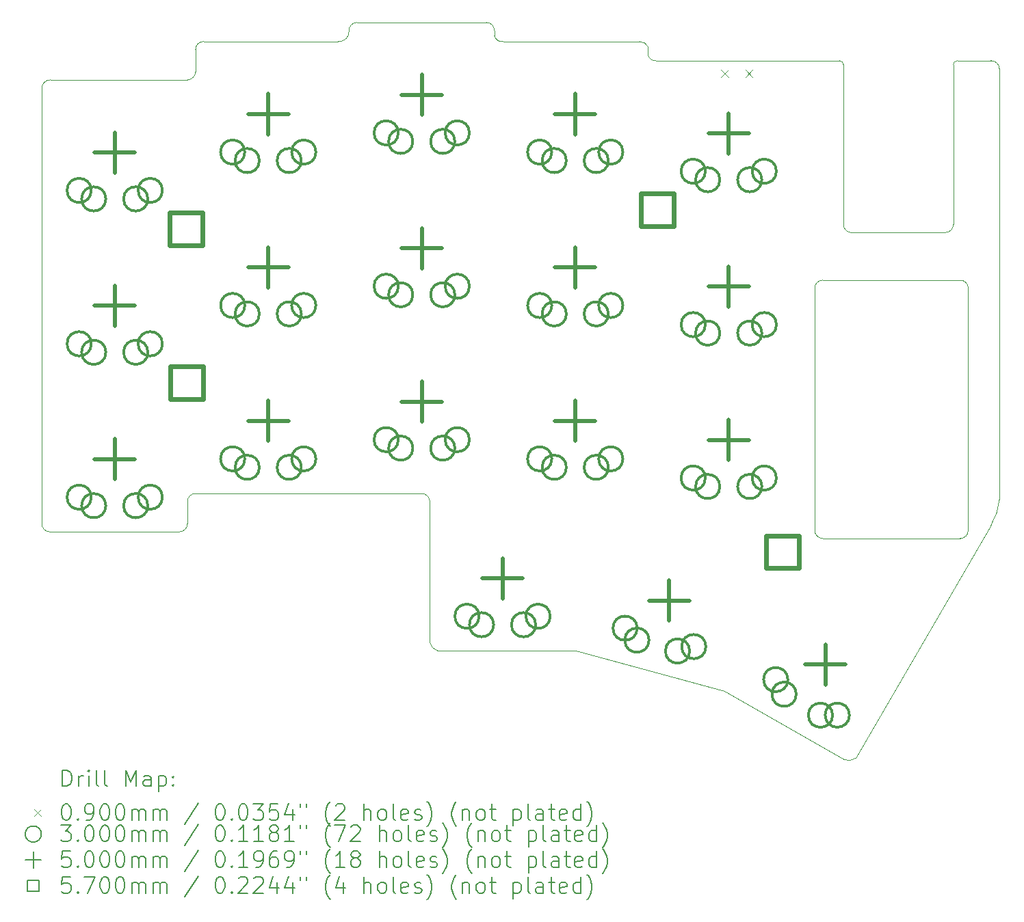
<source format=gbr>
%TF.GenerationSoftware,KiCad,Pcbnew,8.0.5*%
%TF.CreationDate,2024-10-10T02:33:34+03:00*%
%TF.ProjectId,1_3S,315f3353-2e6b-4696-9361-645f70636258,rev?*%
%TF.SameCoordinates,Original*%
%TF.FileFunction,Drillmap*%
%TF.FilePolarity,Positive*%
%FSLAX45Y45*%
G04 Gerber Fmt 4.5, Leading zero omitted, Abs format (unit mm)*
G04 Created by KiCad (PCBNEW 8.0.5) date 2024-10-10 02:33:34*
%MOMM*%
%LPD*%
G01*
G04 APERTURE LIST*
%ADD10C,0.120000*%
%ADD11C,0.200000*%
%ADD12C,0.100000*%
%ADD13C,0.300000*%
%ADD14C,0.500000*%
%ADD15C,0.570000*%
G04 APERTURE END LIST*
D10*
X21196300Y-5561605D02*
X20780000Y-5561605D01*
X11350000Y-5424098D02*
G75*
G02*
X11450000Y-5324100I100000J-2D01*
G01*
X21196301Y-5561598D02*
G75*
G02*
X21300004Y-5661598I-1J-103772D01*
G01*
X11250000Y-11298385D02*
G75*
G02*
X11150000Y-11398380I-99990J-5D01*
G01*
X11150000Y-11398385D02*
X9548000Y-11399098D01*
X17050805Y-5561893D02*
G75*
G02*
X16949997Y-5490001I-10505J91893D01*
G01*
X17898000Y-13370097D02*
X16060000Y-12874097D01*
X14150000Y-10924099D02*
G75*
G02*
X14250001Y-11024099I0J-100001D01*
G01*
X13250000Y-5191125D02*
G75*
G02*
X13350000Y-5087885I100180J3015D01*
G01*
X21300000Y-5661598D02*
X21300000Y-10998200D01*
X15164850Y-5325889D02*
X16850000Y-5325889D01*
X19520000Y-14201651D02*
G75*
G02*
X19379998Y-14220004I-84530J101651D01*
G01*
X14250000Y-12770000D02*
X14250000Y-11024099D01*
X19380000Y-14220000D02*
X17898000Y-13370097D01*
X16850000Y-5325889D02*
G75*
G02*
X16950002Y-5389999I3620J-104401D01*
G01*
X11450000Y-5324098D02*
X13116350Y-5324748D01*
X17050805Y-5561893D02*
X19320000Y-5561605D01*
X9448000Y-5904481D02*
G75*
G02*
X9553634Y-5799814I103560J1122D01*
G01*
X21196300Y-11315700D02*
X19520000Y-14201651D01*
X11250000Y-11024090D02*
G75*
G02*
X11350000Y-10924090I100010J-10D01*
G01*
X15164850Y-5325889D02*
G75*
G02*
X15049995Y-5251189I-20070J94789D01*
G01*
X9448000Y-11299098D02*
X9448000Y-5904481D01*
X14350000Y-12874071D02*
G75*
G02*
X14249999Y-12770000I40130J138641D01*
G01*
X13350000Y-5087879D02*
X14950000Y-5088169D01*
X11350000Y-5699095D02*
G75*
G02*
X11250000Y-5799090I-100000J5D01*
G01*
X16950000Y-5490000D02*
X16950000Y-5390000D01*
X11250000Y-11298385D02*
X11250000Y-11024090D01*
X14950000Y-5088169D02*
G75*
G02*
X15050001Y-5188336I-80J-100081D01*
G01*
X9548000Y-11399098D02*
G75*
G02*
X9448000Y-11299098I-1J99999D01*
G01*
X9553634Y-5799814D02*
X11250000Y-5799098D01*
X16060000Y-12874097D02*
X14350000Y-12874071D01*
X13250000Y-5191125D02*
G75*
G02*
X13116350Y-5324748I-122930J-10695D01*
G01*
X15050000Y-5188336D02*
X15050000Y-5251188D01*
X14150000Y-10924099D02*
X11350000Y-10924099D01*
X11350000Y-5699095D02*
X11350000Y-5424098D01*
X21300000Y-10998200D02*
G75*
G02*
X21196299Y-11315699I-726000J61440D01*
G01*
X19014400Y-11380600D02*
X19014400Y-8380600D01*
X19114400Y-8280600D02*
X20814400Y-8280600D01*
X20814400Y-11480600D02*
X19114400Y-11480600D01*
X20914400Y-8380600D02*
X20914400Y-11380600D01*
X19014400Y-8380600D02*
G75*
G02*
X19114400Y-8280600I100005J-5D01*
G01*
X19114400Y-11480600D02*
G75*
G02*
X19014400Y-11380600I2J100002D01*
G01*
X20814400Y-8280600D02*
G75*
G02*
X20914400Y-8380600I0J-100000D01*
G01*
X20914400Y-11380600D02*
G75*
G02*
X20814400Y-11480600I-99995J-5D01*
G01*
X19370000Y-5611605D02*
X19370000Y-7591605D01*
X19470000Y-7691605D02*
X20630000Y-7691605D01*
X20730000Y-7591605D02*
X20730000Y-5611605D01*
X19320000Y-5561605D02*
G75*
G02*
X19370000Y-5611605I0J-50000D01*
G01*
X19470000Y-7691605D02*
G75*
G02*
X19370000Y-7591605I0J100000D01*
G01*
X20730000Y-5611605D02*
G75*
G02*
X20780000Y-5561605I50000J0D01*
G01*
X20730000Y-7591605D02*
G75*
G02*
X20630000Y-7691605I-100000J0D01*
G01*
D11*
D12*
X17855000Y-5674097D02*
X17945000Y-5764097D01*
X17945000Y-5674097D02*
X17855000Y-5764097D01*
X18155000Y-5674097D02*
X18245000Y-5764097D01*
X18245000Y-5674097D02*
X18155000Y-5764097D01*
D13*
X10060000Y-7169097D02*
G75*
G02*
X9760000Y-7169097I-150000J0D01*
G01*
X9760000Y-7169097D02*
G75*
G02*
X10060000Y-7169097I150000J0D01*
G01*
X10060000Y-9069097D02*
G75*
G02*
X9760000Y-9069097I-150000J0D01*
G01*
X9760000Y-9069097D02*
G75*
G02*
X10060000Y-9069097I150000J0D01*
G01*
X10060000Y-10969097D02*
G75*
G02*
X9760000Y-10969097I-150000J0D01*
G01*
X9760000Y-10969097D02*
G75*
G02*
X10060000Y-10969097I150000J0D01*
G01*
X10240000Y-7274097D02*
G75*
G02*
X9940000Y-7274097I-150000J0D01*
G01*
X9940000Y-7274097D02*
G75*
G02*
X10240000Y-7274097I150000J0D01*
G01*
X10240000Y-9174097D02*
G75*
G02*
X9940000Y-9174097I-150000J0D01*
G01*
X9940000Y-9174097D02*
G75*
G02*
X10240000Y-9174097I150000J0D01*
G01*
X10240000Y-11074097D02*
G75*
G02*
X9940000Y-11074097I-150000J0D01*
G01*
X9940000Y-11074097D02*
G75*
G02*
X10240000Y-11074097I150000J0D01*
G01*
X10760000Y-7274097D02*
G75*
G02*
X10460000Y-7274097I-150000J0D01*
G01*
X10460000Y-7274097D02*
G75*
G02*
X10760000Y-7274097I150000J0D01*
G01*
X10760000Y-9174097D02*
G75*
G02*
X10460000Y-9174097I-150000J0D01*
G01*
X10460000Y-9174097D02*
G75*
G02*
X10760000Y-9174097I150000J0D01*
G01*
X10760000Y-11074097D02*
G75*
G02*
X10460000Y-11074097I-150000J0D01*
G01*
X10460000Y-11074097D02*
G75*
G02*
X10760000Y-11074097I150000J0D01*
G01*
X10940000Y-7169097D02*
G75*
G02*
X10640000Y-7169097I-150000J0D01*
G01*
X10640000Y-7169097D02*
G75*
G02*
X10940000Y-7169097I150000J0D01*
G01*
X10940000Y-9069097D02*
G75*
G02*
X10640000Y-9069097I-150000J0D01*
G01*
X10640000Y-9069097D02*
G75*
G02*
X10940000Y-9069097I150000J0D01*
G01*
X10940000Y-10969097D02*
G75*
G02*
X10640000Y-10969097I-150000J0D01*
G01*
X10640000Y-10969097D02*
G75*
G02*
X10940000Y-10969097I150000J0D01*
G01*
X11960000Y-6694097D02*
G75*
G02*
X11660000Y-6694097I-150000J0D01*
G01*
X11660000Y-6694097D02*
G75*
G02*
X11960000Y-6694097I150000J0D01*
G01*
X11960000Y-8594097D02*
G75*
G02*
X11660000Y-8594097I-150000J0D01*
G01*
X11660000Y-8594097D02*
G75*
G02*
X11960000Y-8594097I150000J0D01*
G01*
X11960000Y-10494097D02*
G75*
G02*
X11660000Y-10494097I-150000J0D01*
G01*
X11660000Y-10494097D02*
G75*
G02*
X11960000Y-10494097I150000J0D01*
G01*
X12140000Y-6799097D02*
G75*
G02*
X11840000Y-6799097I-150000J0D01*
G01*
X11840000Y-6799097D02*
G75*
G02*
X12140000Y-6799097I150000J0D01*
G01*
X12140000Y-8699097D02*
G75*
G02*
X11840000Y-8699097I-150000J0D01*
G01*
X11840000Y-8699097D02*
G75*
G02*
X12140000Y-8699097I150000J0D01*
G01*
X12140000Y-10599097D02*
G75*
G02*
X11840000Y-10599097I-150000J0D01*
G01*
X11840000Y-10599097D02*
G75*
G02*
X12140000Y-10599097I150000J0D01*
G01*
X12660000Y-6799097D02*
G75*
G02*
X12360000Y-6799097I-150000J0D01*
G01*
X12360000Y-6799097D02*
G75*
G02*
X12660000Y-6799097I150000J0D01*
G01*
X12660000Y-8699097D02*
G75*
G02*
X12360000Y-8699097I-150000J0D01*
G01*
X12360000Y-8699097D02*
G75*
G02*
X12660000Y-8699097I150000J0D01*
G01*
X12660000Y-10599097D02*
G75*
G02*
X12360000Y-10599097I-150000J0D01*
G01*
X12360000Y-10599097D02*
G75*
G02*
X12660000Y-10599097I150000J0D01*
G01*
X12840000Y-6694097D02*
G75*
G02*
X12540000Y-6694097I-150000J0D01*
G01*
X12540000Y-6694097D02*
G75*
G02*
X12840000Y-6694097I150000J0D01*
G01*
X12840000Y-8594097D02*
G75*
G02*
X12540000Y-8594097I-150000J0D01*
G01*
X12540000Y-8594097D02*
G75*
G02*
X12840000Y-8594097I150000J0D01*
G01*
X12840000Y-10494097D02*
G75*
G02*
X12540000Y-10494097I-150000J0D01*
G01*
X12540000Y-10494097D02*
G75*
G02*
X12840000Y-10494097I150000J0D01*
G01*
X13860000Y-6456597D02*
G75*
G02*
X13560000Y-6456597I-150000J0D01*
G01*
X13560000Y-6456597D02*
G75*
G02*
X13860000Y-6456597I150000J0D01*
G01*
X13860000Y-8356597D02*
G75*
G02*
X13560000Y-8356597I-150000J0D01*
G01*
X13560000Y-8356597D02*
G75*
G02*
X13860000Y-8356597I150000J0D01*
G01*
X13860000Y-10256597D02*
G75*
G02*
X13560000Y-10256597I-150000J0D01*
G01*
X13560000Y-10256597D02*
G75*
G02*
X13860000Y-10256597I150000J0D01*
G01*
X14040000Y-6561597D02*
G75*
G02*
X13740000Y-6561597I-150000J0D01*
G01*
X13740000Y-6561597D02*
G75*
G02*
X14040000Y-6561597I150000J0D01*
G01*
X14040000Y-8461597D02*
G75*
G02*
X13740000Y-8461597I-150000J0D01*
G01*
X13740000Y-8461597D02*
G75*
G02*
X14040000Y-8461597I150000J0D01*
G01*
X14040000Y-10361597D02*
G75*
G02*
X13740000Y-10361597I-150000J0D01*
G01*
X13740000Y-10361597D02*
G75*
G02*
X14040000Y-10361597I150000J0D01*
G01*
X14560000Y-6561597D02*
G75*
G02*
X14260000Y-6561597I-150000J0D01*
G01*
X14260000Y-6561597D02*
G75*
G02*
X14560000Y-6561597I150000J0D01*
G01*
X14560000Y-8461597D02*
G75*
G02*
X14260000Y-8461597I-150000J0D01*
G01*
X14260000Y-8461597D02*
G75*
G02*
X14560000Y-8461597I150000J0D01*
G01*
X14560000Y-10361597D02*
G75*
G02*
X14260000Y-10361597I-150000J0D01*
G01*
X14260000Y-10361597D02*
G75*
G02*
X14560000Y-10361597I150000J0D01*
G01*
X14740000Y-6456597D02*
G75*
G02*
X14440000Y-6456597I-150000J0D01*
G01*
X14440000Y-6456597D02*
G75*
G02*
X14740000Y-6456597I150000J0D01*
G01*
X14740000Y-8356597D02*
G75*
G02*
X14440000Y-8356597I-150000J0D01*
G01*
X14440000Y-8356597D02*
G75*
G02*
X14740000Y-8356597I150000J0D01*
G01*
X14740000Y-10256597D02*
G75*
G02*
X14440000Y-10256597I-150000J0D01*
G01*
X14440000Y-10256597D02*
G75*
G02*
X14740000Y-10256597I150000J0D01*
G01*
X14860000Y-12444070D02*
G75*
G02*
X14560000Y-12444070I-150000J0D01*
G01*
X14560000Y-12444070D02*
G75*
G02*
X14860000Y-12444070I150000J0D01*
G01*
X15040000Y-12549070D02*
G75*
G02*
X14740000Y-12549070I-150000J0D01*
G01*
X14740000Y-12549070D02*
G75*
G02*
X15040000Y-12549070I150000J0D01*
G01*
X15560000Y-12549070D02*
G75*
G02*
X15260000Y-12549070I-150000J0D01*
G01*
X15260000Y-12549070D02*
G75*
G02*
X15560000Y-12549070I150000J0D01*
G01*
X15740000Y-12444070D02*
G75*
G02*
X15440000Y-12444070I-150000J0D01*
G01*
X15440000Y-12444070D02*
G75*
G02*
X15740000Y-12444070I150000J0D01*
G01*
X15760000Y-6694097D02*
G75*
G02*
X15460000Y-6694097I-150000J0D01*
G01*
X15460000Y-6694097D02*
G75*
G02*
X15760000Y-6694097I150000J0D01*
G01*
X15760000Y-8594097D02*
G75*
G02*
X15460000Y-8594097I-150000J0D01*
G01*
X15460000Y-8594097D02*
G75*
G02*
X15760000Y-8594097I150000J0D01*
G01*
X15760000Y-10494097D02*
G75*
G02*
X15460000Y-10494097I-150000J0D01*
G01*
X15460000Y-10494097D02*
G75*
G02*
X15760000Y-10494097I150000J0D01*
G01*
X15940000Y-6799097D02*
G75*
G02*
X15640000Y-6799097I-150000J0D01*
G01*
X15640000Y-6799097D02*
G75*
G02*
X15940000Y-6799097I150000J0D01*
G01*
X15940000Y-8699097D02*
G75*
G02*
X15640000Y-8699097I-150000J0D01*
G01*
X15640000Y-8699097D02*
G75*
G02*
X15940000Y-8699097I150000J0D01*
G01*
X15940000Y-10599097D02*
G75*
G02*
X15640000Y-10599097I-150000J0D01*
G01*
X15640000Y-10599097D02*
G75*
G02*
X15940000Y-10599097I150000J0D01*
G01*
X16460000Y-6799097D02*
G75*
G02*
X16160000Y-6799097I-150000J0D01*
G01*
X16160000Y-6799097D02*
G75*
G02*
X16460000Y-6799097I150000J0D01*
G01*
X16460000Y-8699097D02*
G75*
G02*
X16160000Y-8699097I-150000J0D01*
G01*
X16160000Y-8699097D02*
G75*
G02*
X16460000Y-8699097I150000J0D01*
G01*
X16460000Y-10599097D02*
G75*
G02*
X16160000Y-10599097I-150000J0D01*
G01*
X16160000Y-10599097D02*
G75*
G02*
X16460000Y-10599097I150000J0D01*
G01*
X16640000Y-6694097D02*
G75*
G02*
X16340000Y-6694097I-150000J0D01*
G01*
X16340000Y-6694097D02*
G75*
G02*
X16640000Y-6694097I150000J0D01*
G01*
X16640000Y-8594097D02*
G75*
G02*
X16340000Y-8594097I-150000J0D01*
G01*
X16340000Y-8594097D02*
G75*
G02*
X16640000Y-8594097I150000J0D01*
G01*
X16640000Y-10494097D02*
G75*
G02*
X16340000Y-10494097I-150000J0D01*
G01*
X16340000Y-10494097D02*
G75*
G02*
X16640000Y-10494097I150000J0D01*
G01*
X16816855Y-12592423D02*
G75*
G02*
X16516855Y-12592423I-150000J0D01*
G01*
X16516855Y-12592423D02*
G75*
G02*
X16816855Y-12592423I150000J0D01*
G01*
X16963546Y-12740433D02*
G75*
G02*
X16663546Y-12740433I-150000J0D01*
G01*
X16663546Y-12740433D02*
G75*
G02*
X16963546Y-12740433I150000J0D01*
G01*
X17465827Y-12875019D02*
G75*
G02*
X17165827Y-12875019I-150000J0D01*
G01*
X17165827Y-12875019D02*
G75*
G02*
X17465827Y-12875019I150000J0D01*
G01*
X17660000Y-6931597D02*
G75*
G02*
X17360000Y-6931597I-150000J0D01*
G01*
X17360000Y-6931597D02*
G75*
G02*
X17660000Y-6931597I150000J0D01*
G01*
X17660000Y-8831597D02*
G75*
G02*
X17360000Y-8831597I-150000J0D01*
G01*
X17360000Y-8831597D02*
G75*
G02*
X17660000Y-8831597I150000J0D01*
G01*
X17660000Y-10731597D02*
G75*
G02*
X17360000Y-10731597I-150000J0D01*
G01*
X17360000Y-10731597D02*
G75*
G02*
X17660000Y-10731597I150000J0D01*
G01*
X17666870Y-12820184D02*
G75*
G02*
X17366870Y-12820184I-150000J0D01*
G01*
X17366870Y-12820184D02*
G75*
G02*
X17666870Y-12820184I150000J0D01*
G01*
X17840000Y-7036597D02*
G75*
G02*
X17540000Y-7036597I-150000J0D01*
G01*
X17540000Y-7036597D02*
G75*
G02*
X17840000Y-7036597I150000J0D01*
G01*
X17840000Y-8936597D02*
G75*
G02*
X17540000Y-8936597I-150000J0D01*
G01*
X17540000Y-8936597D02*
G75*
G02*
X17840000Y-8936597I150000J0D01*
G01*
X17840000Y-10836597D02*
G75*
G02*
X17540000Y-10836597I-150000J0D01*
G01*
X17540000Y-10836597D02*
G75*
G02*
X17840000Y-10836597I150000J0D01*
G01*
X18360000Y-7036597D02*
G75*
G02*
X18060000Y-7036597I-150000J0D01*
G01*
X18060000Y-7036597D02*
G75*
G02*
X18360000Y-7036597I150000J0D01*
G01*
X18360000Y-8936597D02*
G75*
G02*
X18060000Y-8936597I-150000J0D01*
G01*
X18060000Y-8936597D02*
G75*
G02*
X18360000Y-8936597I150000J0D01*
G01*
X18360000Y-10836597D02*
G75*
G02*
X18060000Y-10836597I-150000J0D01*
G01*
X18060000Y-10836597D02*
G75*
G02*
X18360000Y-10836597I150000J0D01*
G01*
X18540000Y-6931597D02*
G75*
G02*
X18240000Y-6931597I-150000J0D01*
G01*
X18240000Y-6931597D02*
G75*
G02*
X18540000Y-6931597I150000J0D01*
G01*
X18540000Y-8831597D02*
G75*
G02*
X18240000Y-8831597I-150000J0D01*
G01*
X18240000Y-8831597D02*
G75*
G02*
X18540000Y-8831597I150000J0D01*
G01*
X18540000Y-10731597D02*
G75*
G02*
X18240000Y-10731597I-150000J0D01*
G01*
X18240000Y-10731597D02*
G75*
G02*
X18540000Y-10731597I150000J0D01*
G01*
X18681675Y-13228949D02*
G75*
G02*
X18381675Y-13228949I-150000J0D01*
G01*
X18381675Y-13228949D02*
G75*
G02*
X18681675Y-13228949I150000J0D01*
G01*
X18785060Y-13409882D02*
G75*
G02*
X18485060Y-13409882I-150000J0D01*
G01*
X18485060Y-13409882D02*
G75*
G02*
X18785060Y-13409882I150000J0D01*
G01*
X19235393Y-13669882D02*
G75*
G02*
X18935393Y-13669882I-150000J0D01*
G01*
X18935393Y-13669882D02*
G75*
G02*
X19235393Y-13669882I150000J0D01*
G01*
X19443778Y-13668949D02*
G75*
G02*
X19143778Y-13668949I-150000J0D01*
G01*
X19143778Y-13668949D02*
G75*
G02*
X19443778Y-13668949I150000J0D01*
G01*
D14*
X10350000Y-6449097D02*
X10350000Y-6949097D01*
X10100000Y-6699097D02*
X10600000Y-6699097D01*
X10350000Y-8349097D02*
X10350000Y-8849097D01*
X10100000Y-8599097D02*
X10600000Y-8599097D01*
X10350000Y-10249097D02*
X10350000Y-10749097D01*
X10100000Y-10499097D02*
X10600000Y-10499097D01*
X12250000Y-5974097D02*
X12250000Y-6474097D01*
X12000000Y-6224097D02*
X12500000Y-6224097D01*
X12250000Y-7874097D02*
X12250000Y-8374097D01*
X12000000Y-8124097D02*
X12500000Y-8124097D01*
X12250000Y-9774097D02*
X12250000Y-10274097D01*
X12000000Y-10024097D02*
X12500000Y-10024097D01*
X14150000Y-5736597D02*
X14150000Y-6236597D01*
X13900000Y-5986597D02*
X14400000Y-5986597D01*
X14150000Y-7636597D02*
X14150000Y-8136597D01*
X13900000Y-7886597D02*
X14400000Y-7886597D01*
X14150000Y-9536597D02*
X14150000Y-10036597D01*
X13900000Y-9786597D02*
X14400000Y-9786597D01*
X15150000Y-11724070D02*
X15150000Y-12224070D01*
X14900000Y-11974070D02*
X15400000Y-11974070D01*
X16050000Y-5974097D02*
X16050000Y-6474097D01*
X15800000Y-6224097D02*
X16300000Y-6224097D01*
X16050000Y-7874097D02*
X16050000Y-8374097D01*
X15800000Y-8124097D02*
X16300000Y-8124097D01*
X16050000Y-9774097D02*
X16050000Y-10274097D01*
X15800000Y-10024097D02*
X16300000Y-10024097D01*
X17213508Y-12002319D02*
X17213508Y-12502319D01*
X16963508Y-12252319D02*
X17463508Y-12252319D01*
X17950000Y-6211597D02*
X17950000Y-6711597D01*
X17700000Y-6461597D02*
X18200000Y-6461597D01*
X17950000Y-8111597D02*
X17950000Y-8611597D01*
X17700000Y-8361597D02*
X18200000Y-8361597D01*
X17950000Y-10011597D02*
X17950000Y-10511597D01*
X17700000Y-10261597D02*
X18200000Y-10261597D01*
X19147726Y-12791917D02*
X19147726Y-13291917D01*
X18897726Y-13041917D02*
X19397726Y-13041917D01*
D15*
X11434571Y-7846714D02*
X11434571Y-7443659D01*
X11031516Y-7443659D01*
X11031516Y-7846714D01*
X11434571Y-7846714D01*
X11441027Y-9751927D02*
X11441027Y-9348873D01*
X11037973Y-9348873D01*
X11037973Y-9751927D01*
X11441027Y-9751927D01*
X17267440Y-7612745D02*
X17267440Y-7209690D01*
X16864385Y-7209690D01*
X16864385Y-7612745D01*
X17267440Y-7612745D01*
X18819743Y-11847841D02*
X18819743Y-11444786D01*
X18416688Y-11444786D01*
X18416688Y-11847841D01*
X18819743Y-11847841D01*
D11*
X9702771Y-14549689D02*
X9702771Y-14349689D01*
X9702771Y-14349689D02*
X9750390Y-14349689D01*
X9750390Y-14349689D02*
X9778961Y-14359213D01*
X9778961Y-14359213D02*
X9798009Y-14378260D01*
X9798009Y-14378260D02*
X9807533Y-14397308D01*
X9807533Y-14397308D02*
X9817057Y-14435403D01*
X9817057Y-14435403D02*
X9817057Y-14463975D01*
X9817057Y-14463975D02*
X9807533Y-14502070D01*
X9807533Y-14502070D02*
X9798009Y-14521117D01*
X9798009Y-14521117D02*
X9778961Y-14540165D01*
X9778961Y-14540165D02*
X9750390Y-14549689D01*
X9750390Y-14549689D02*
X9702771Y-14549689D01*
X9902771Y-14549689D02*
X9902771Y-14416356D01*
X9902771Y-14454451D02*
X9912295Y-14435403D01*
X9912295Y-14435403D02*
X9921818Y-14425879D01*
X9921818Y-14425879D02*
X9940866Y-14416356D01*
X9940866Y-14416356D02*
X9959914Y-14416356D01*
X10026580Y-14549689D02*
X10026580Y-14416356D01*
X10026580Y-14349689D02*
X10017057Y-14359213D01*
X10017057Y-14359213D02*
X10026580Y-14368737D01*
X10026580Y-14368737D02*
X10036104Y-14359213D01*
X10036104Y-14359213D02*
X10026580Y-14349689D01*
X10026580Y-14349689D02*
X10026580Y-14368737D01*
X10150390Y-14549689D02*
X10131342Y-14540165D01*
X10131342Y-14540165D02*
X10121818Y-14521117D01*
X10121818Y-14521117D02*
X10121818Y-14349689D01*
X10255152Y-14549689D02*
X10236104Y-14540165D01*
X10236104Y-14540165D02*
X10226580Y-14521117D01*
X10226580Y-14521117D02*
X10226580Y-14349689D01*
X10483723Y-14549689D02*
X10483723Y-14349689D01*
X10483723Y-14349689D02*
X10550390Y-14492546D01*
X10550390Y-14492546D02*
X10617057Y-14349689D01*
X10617057Y-14349689D02*
X10617057Y-14549689D01*
X10798009Y-14549689D02*
X10798009Y-14444927D01*
X10798009Y-14444927D02*
X10788485Y-14425879D01*
X10788485Y-14425879D02*
X10769438Y-14416356D01*
X10769438Y-14416356D02*
X10731342Y-14416356D01*
X10731342Y-14416356D02*
X10712295Y-14425879D01*
X10798009Y-14540165D02*
X10778961Y-14549689D01*
X10778961Y-14549689D02*
X10731342Y-14549689D01*
X10731342Y-14549689D02*
X10712295Y-14540165D01*
X10712295Y-14540165D02*
X10702771Y-14521117D01*
X10702771Y-14521117D02*
X10702771Y-14502070D01*
X10702771Y-14502070D02*
X10712295Y-14483022D01*
X10712295Y-14483022D02*
X10731342Y-14473498D01*
X10731342Y-14473498D02*
X10778961Y-14473498D01*
X10778961Y-14473498D02*
X10798009Y-14463975D01*
X10893247Y-14416356D02*
X10893247Y-14616356D01*
X10893247Y-14425879D02*
X10912295Y-14416356D01*
X10912295Y-14416356D02*
X10950390Y-14416356D01*
X10950390Y-14416356D02*
X10969438Y-14425879D01*
X10969438Y-14425879D02*
X10978961Y-14435403D01*
X10978961Y-14435403D02*
X10988485Y-14454451D01*
X10988485Y-14454451D02*
X10988485Y-14511594D01*
X10988485Y-14511594D02*
X10978961Y-14530641D01*
X10978961Y-14530641D02*
X10969438Y-14540165D01*
X10969438Y-14540165D02*
X10950390Y-14549689D01*
X10950390Y-14549689D02*
X10912295Y-14549689D01*
X10912295Y-14549689D02*
X10893247Y-14540165D01*
X11074199Y-14530641D02*
X11083723Y-14540165D01*
X11083723Y-14540165D02*
X11074199Y-14549689D01*
X11074199Y-14549689D02*
X11064676Y-14540165D01*
X11064676Y-14540165D02*
X11074199Y-14530641D01*
X11074199Y-14530641D02*
X11074199Y-14549689D01*
X11074199Y-14425879D02*
X11083723Y-14435403D01*
X11083723Y-14435403D02*
X11074199Y-14444927D01*
X11074199Y-14444927D02*
X11064676Y-14435403D01*
X11064676Y-14435403D02*
X11074199Y-14425879D01*
X11074199Y-14425879D02*
X11074199Y-14444927D01*
D12*
X9351994Y-14833205D02*
X9441994Y-14923205D01*
X9441994Y-14833205D02*
X9351994Y-14923205D01*
D11*
X9740866Y-14769689D02*
X9759914Y-14769689D01*
X9759914Y-14769689D02*
X9778961Y-14779213D01*
X9778961Y-14779213D02*
X9788485Y-14788737D01*
X9788485Y-14788737D02*
X9798009Y-14807784D01*
X9798009Y-14807784D02*
X9807533Y-14845879D01*
X9807533Y-14845879D02*
X9807533Y-14893498D01*
X9807533Y-14893498D02*
X9798009Y-14931594D01*
X9798009Y-14931594D02*
X9788485Y-14950641D01*
X9788485Y-14950641D02*
X9778961Y-14960165D01*
X9778961Y-14960165D02*
X9759914Y-14969689D01*
X9759914Y-14969689D02*
X9740866Y-14969689D01*
X9740866Y-14969689D02*
X9721818Y-14960165D01*
X9721818Y-14960165D02*
X9712295Y-14950641D01*
X9712295Y-14950641D02*
X9702771Y-14931594D01*
X9702771Y-14931594D02*
X9693247Y-14893498D01*
X9693247Y-14893498D02*
X9693247Y-14845879D01*
X9693247Y-14845879D02*
X9702771Y-14807784D01*
X9702771Y-14807784D02*
X9712295Y-14788737D01*
X9712295Y-14788737D02*
X9721818Y-14779213D01*
X9721818Y-14779213D02*
X9740866Y-14769689D01*
X9893247Y-14950641D02*
X9902771Y-14960165D01*
X9902771Y-14960165D02*
X9893247Y-14969689D01*
X9893247Y-14969689D02*
X9883723Y-14960165D01*
X9883723Y-14960165D02*
X9893247Y-14950641D01*
X9893247Y-14950641D02*
X9893247Y-14969689D01*
X9998009Y-14969689D02*
X10036104Y-14969689D01*
X10036104Y-14969689D02*
X10055152Y-14960165D01*
X10055152Y-14960165D02*
X10064676Y-14950641D01*
X10064676Y-14950641D02*
X10083723Y-14922070D01*
X10083723Y-14922070D02*
X10093247Y-14883975D01*
X10093247Y-14883975D02*
X10093247Y-14807784D01*
X10093247Y-14807784D02*
X10083723Y-14788737D01*
X10083723Y-14788737D02*
X10074199Y-14779213D01*
X10074199Y-14779213D02*
X10055152Y-14769689D01*
X10055152Y-14769689D02*
X10017057Y-14769689D01*
X10017057Y-14769689D02*
X9998009Y-14779213D01*
X9998009Y-14779213D02*
X9988485Y-14788737D01*
X9988485Y-14788737D02*
X9978961Y-14807784D01*
X9978961Y-14807784D02*
X9978961Y-14855403D01*
X9978961Y-14855403D02*
X9988485Y-14874451D01*
X9988485Y-14874451D02*
X9998009Y-14883975D01*
X9998009Y-14883975D02*
X10017057Y-14893498D01*
X10017057Y-14893498D02*
X10055152Y-14893498D01*
X10055152Y-14893498D02*
X10074199Y-14883975D01*
X10074199Y-14883975D02*
X10083723Y-14874451D01*
X10083723Y-14874451D02*
X10093247Y-14855403D01*
X10217057Y-14769689D02*
X10236104Y-14769689D01*
X10236104Y-14769689D02*
X10255152Y-14779213D01*
X10255152Y-14779213D02*
X10264676Y-14788737D01*
X10264676Y-14788737D02*
X10274199Y-14807784D01*
X10274199Y-14807784D02*
X10283723Y-14845879D01*
X10283723Y-14845879D02*
X10283723Y-14893498D01*
X10283723Y-14893498D02*
X10274199Y-14931594D01*
X10274199Y-14931594D02*
X10264676Y-14950641D01*
X10264676Y-14950641D02*
X10255152Y-14960165D01*
X10255152Y-14960165D02*
X10236104Y-14969689D01*
X10236104Y-14969689D02*
X10217057Y-14969689D01*
X10217057Y-14969689D02*
X10198009Y-14960165D01*
X10198009Y-14960165D02*
X10188485Y-14950641D01*
X10188485Y-14950641D02*
X10178961Y-14931594D01*
X10178961Y-14931594D02*
X10169438Y-14893498D01*
X10169438Y-14893498D02*
X10169438Y-14845879D01*
X10169438Y-14845879D02*
X10178961Y-14807784D01*
X10178961Y-14807784D02*
X10188485Y-14788737D01*
X10188485Y-14788737D02*
X10198009Y-14779213D01*
X10198009Y-14779213D02*
X10217057Y-14769689D01*
X10407533Y-14769689D02*
X10426580Y-14769689D01*
X10426580Y-14769689D02*
X10445628Y-14779213D01*
X10445628Y-14779213D02*
X10455152Y-14788737D01*
X10455152Y-14788737D02*
X10464676Y-14807784D01*
X10464676Y-14807784D02*
X10474199Y-14845879D01*
X10474199Y-14845879D02*
X10474199Y-14893498D01*
X10474199Y-14893498D02*
X10464676Y-14931594D01*
X10464676Y-14931594D02*
X10455152Y-14950641D01*
X10455152Y-14950641D02*
X10445628Y-14960165D01*
X10445628Y-14960165D02*
X10426580Y-14969689D01*
X10426580Y-14969689D02*
X10407533Y-14969689D01*
X10407533Y-14969689D02*
X10388485Y-14960165D01*
X10388485Y-14960165D02*
X10378961Y-14950641D01*
X10378961Y-14950641D02*
X10369438Y-14931594D01*
X10369438Y-14931594D02*
X10359914Y-14893498D01*
X10359914Y-14893498D02*
X10359914Y-14845879D01*
X10359914Y-14845879D02*
X10369438Y-14807784D01*
X10369438Y-14807784D02*
X10378961Y-14788737D01*
X10378961Y-14788737D02*
X10388485Y-14779213D01*
X10388485Y-14779213D02*
X10407533Y-14769689D01*
X10559914Y-14969689D02*
X10559914Y-14836356D01*
X10559914Y-14855403D02*
X10569438Y-14845879D01*
X10569438Y-14845879D02*
X10588485Y-14836356D01*
X10588485Y-14836356D02*
X10617057Y-14836356D01*
X10617057Y-14836356D02*
X10636104Y-14845879D01*
X10636104Y-14845879D02*
X10645628Y-14864927D01*
X10645628Y-14864927D02*
X10645628Y-14969689D01*
X10645628Y-14864927D02*
X10655152Y-14845879D01*
X10655152Y-14845879D02*
X10674199Y-14836356D01*
X10674199Y-14836356D02*
X10702771Y-14836356D01*
X10702771Y-14836356D02*
X10721819Y-14845879D01*
X10721819Y-14845879D02*
X10731342Y-14864927D01*
X10731342Y-14864927D02*
X10731342Y-14969689D01*
X10826580Y-14969689D02*
X10826580Y-14836356D01*
X10826580Y-14855403D02*
X10836104Y-14845879D01*
X10836104Y-14845879D02*
X10855152Y-14836356D01*
X10855152Y-14836356D02*
X10883723Y-14836356D01*
X10883723Y-14836356D02*
X10902771Y-14845879D01*
X10902771Y-14845879D02*
X10912295Y-14864927D01*
X10912295Y-14864927D02*
X10912295Y-14969689D01*
X10912295Y-14864927D02*
X10921819Y-14845879D01*
X10921819Y-14845879D02*
X10940866Y-14836356D01*
X10940866Y-14836356D02*
X10969438Y-14836356D01*
X10969438Y-14836356D02*
X10988485Y-14845879D01*
X10988485Y-14845879D02*
X10998009Y-14864927D01*
X10998009Y-14864927D02*
X10998009Y-14969689D01*
X11388485Y-14760165D02*
X11217057Y-15017308D01*
X11645628Y-14769689D02*
X11664676Y-14769689D01*
X11664676Y-14769689D02*
X11683723Y-14779213D01*
X11683723Y-14779213D02*
X11693247Y-14788737D01*
X11693247Y-14788737D02*
X11702771Y-14807784D01*
X11702771Y-14807784D02*
X11712295Y-14845879D01*
X11712295Y-14845879D02*
X11712295Y-14893498D01*
X11712295Y-14893498D02*
X11702771Y-14931594D01*
X11702771Y-14931594D02*
X11693247Y-14950641D01*
X11693247Y-14950641D02*
X11683723Y-14960165D01*
X11683723Y-14960165D02*
X11664676Y-14969689D01*
X11664676Y-14969689D02*
X11645628Y-14969689D01*
X11645628Y-14969689D02*
X11626580Y-14960165D01*
X11626580Y-14960165D02*
X11617057Y-14950641D01*
X11617057Y-14950641D02*
X11607533Y-14931594D01*
X11607533Y-14931594D02*
X11598009Y-14893498D01*
X11598009Y-14893498D02*
X11598009Y-14845879D01*
X11598009Y-14845879D02*
X11607533Y-14807784D01*
X11607533Y-14807784D02*
X11617057Y-14788737D01*
X11617057Y-14788737D02*
X11626580Y-14779213D01*
X11626580Y-14779213D02*
X11645628Y-14769689D01*
X11798009Y-14950641D02*
X11807533Y-14960165D01*
X11807533Y-14960165D02*
X11798009Y-14969689D01*
X11798009Y-14969689D02*
X11788485Y-14960165D01*
X11788485Y-14960165D02*
X11798009Y-14950641D01*
X11798009Y-14950641D02*
X11798009Y-14969689D01*
X11931342Y-14769689D02*
X11950390Y-14769689D01*
X11950390Y-14769689D02*
X11969438Y-14779213D01*
X11969438Y-14779213D02*
X11978961Y-14788737D01*
X11978961Y-14788737D02*
X11988485Y-14807784D01*
X11988485Y-14807784D02*
X11998009Y-14845879D01*
X11998009Y-14845879D02*
X11998009Y-14893498D01*
X11998009Y-14893498D02*
X11988485Y-14931594D01*
X11988485Y-14931594D02*
X11978961Y-14950641D01*
X11978961Y-14950641D02*
X11969438Y-14960165D01*
X11969438Y-14960165D02*
X11950390Y-14969689D01*
X11950390Y-14969689D02*
X11931342Y-14969689D01*
X11931342Y-14969689D02*
X11912295Y-14960165D01*
X11912295Y-14960165D02*
X11902771Y-14950641D01*
X11902771Y-14950641D02*
X11893247Y-14931594D01*
X11893247Y-14931594D02*
X11883723Y-14893498D01*
X11883723Y-14893498D02*
X11883723Y-14845879D01*
X11883723Y-14845879D02*
X11893247Y-14807784D01*
X11893247Y-14807784D02*
X11902771Y-14788737D01*
X11902771Y-14788737D02*
X11912295Y-14779213D01*
X11912295Y-14779213D02*
X11931342Y-14769689D01*
X12064676Y-14769689D02*
X12188485Y-14769689D01*
X12188485Y-14769689D02*
X12121819Y-14845879D01*
X12121819Y-14845879D02*
X12150390Y-14845879D01*
X12150390Y-14845879D02*
X12169438Y-14855403D01*
X12169438Y-14855403D02*
X12178961Y-14864927D01*
X12178961Y-14864927D02*
X12188485Y-14883975D01*
X12188485Y-14883975D02*
X12188485Y-14931594D01*
X12188485Y-14931594D02*
X12178961Y-14950641D01*
X12178961Y-14950641D02*
X12169438Y-14960165D01*
X12169438Y-14960165D02*
X12150390Y-14969689D01*
X12150390Y-14969689D02*
X12093247Y-14969689D01*
X12093247Y-14969689D02*
X12074200Y-14960165D01*
X12074200Y-14960165D02*
X12064676Y-14950641D01*
X12369438Y-14769689D02*
X12274200Y-14769689D01*
X12274200Y-14769689D02*
X12264676Y-14864927D01*
X12264676Y-14864927D02*
X12274200Y-14855403D01*
X12274200Y-14855403D02*
X12293247Y-14845879D01*
X12293247Y-14845879D02*
X12340866Y-14845879D01*
X12340866Y-14845879D02*
X12359914Y-14855403D01*
X12359914Y-14855403D02*
X12369438Y-14864927D01*
X12369438Y-14864927D02*
X12378961Y-14883975D01*
X12378961Y-14883975D02*
X12378961Y-14931594D01*
X12378961Y-14931594D02*
X12369438Y-14950641D01*
X12369438Y-14950641D02*
X12359914Y-14960165D01*
X12359914Y-14960165D02*
X12340866Y-14969689D01*
X12340866Y-14969689D02*
X12293247Y-14969689D01*
X12293247Y-14969689D02*
X12274200Y-14960165D01*
X12274200Y-14960165D02*
X12264676Y-14950641D01*
X12550390Y-14836356D02*
X12550390Y-14969689D01*
X12502771Y-14760165D02*
X12455152Y-14903022D01*
X12455152Y-14903022D02*
X12578961Y-14903022D01*
X12645628Y-14769689D02*
X12645628Y-14807784D01*
X12721819Y-14769689D02*
X12721819Y-14807784D01*
X13017057Y-15045879D02*
X13007533Y-15036356D01*
X13007533Y-15036356D02*
X12988485Y-15007784D01*
X12988485Y-15007784D02*
X12978962Y-14988737D01*
X12978962Y-14988737D02*
X12969438Y-14960165D01*
X12969438Y-14960165D02*
X12959914Y-14912546D01*
X12959914Y-14912546D02*
X12959914Y-14874451D01*
X12959914Y-14874451D02*
X12969438Y-14826832D01*
X12969438Y-14826832D02*
X12978962Y-14798260D01*
X12978962Y-14798260D02*
X12988485Y-14779213D01*
X12988485Y-14779213D02*
X13007533Y-14750641D01*
X13007533Y-14750641D02*
X13017057Y-14741117D01*
X13083723Y-14788737D02*
X13093247Y-14779213D01*
X13093247Y-14779213D02*
X13112295Y-14769689D01*
X13112295Y-14769689D02*
X13159914Y-14769689D01*
X13159914Y-14769689D02*
X13178962Y-14779213D01*
X13178962Y-14779213D02*
X13188485Y-14788737D01*
X13188485Y-14788737D02*
X13198009Y-14807784D01*
X13198009Y-14807784D02*
X13198009Y-14826832D01*
X13198009Y-14826832D02*
X13188485Y-14855403D01*
X13188485Y-14855403D02*
X13074200Y-14969689D01*
X13074200Y-14969689D02*
X13198009Y-14969689D01*
X13436104Y-14969689D02*
X13436104Y-14769689D01*
X13521819Y-14969689D02*
X13521819Y-14864927D01*
X13521819Y-14864927D02*
X13512295Y-14845879D01*
X13512295Y-14845879D02*
X13493247Y-14836356D01*
X13493247Y-14836356D02*
X13464676Y-14836356D01*
X13464676Y-14836356D02*
X13445628Y-14845879D01*
X13445628Y-14845879D02*
X13436104Y-14855403D01*
X13645628Y-14969689D02*
X13626581Y-14960165D01*
X13626581Y-14960165D02*
X13617057Y-14950641D01*
X13617057Y-14950641D02*
X13607533Y-14931594D01*
X13607533Y-14931594D02*
X13607533Y-14874451D01*
X13607533Y-14874451D02*
X13617057Y-14855403D01*
X13617057Y-14855403D02*
X13626581Y-14845879D01*
X13626581Y-14845879D02*
X13645628Y-14836356D01*
X13645628Y-14836356D02*
X13674200Y-14836356D01*
X13674200Y-14836356D02*
X13693247Y-14845879D01*
X13693247Y-14845879D02*
X13702771Y-14855403D01*
X13702771Y-14855403D02*
X13712295Y-14874451D01*
X13712295Y-14874451D02*
X13712295Y-14931594D01*
X13712295Y-14931594D02*
X13702771Y-14950641D01*
X13702771Y-14950641D02*
X13693247Y-14960165D01*
X13693247Y-14960165D02*
X13674200Y-14969689D01*
X13674200Y-14969689D02*
X13645628Y-14969689D01*
X13826581Y-14969689D02*
X13807533Y-14960165D01*
X13807533Y-14960165D02*
X13798009Y-14941117D01*
X13798009Y-14941117D02*
X13798009Y-14769689D01*
X13978962Y-14960165D02*
X13959914Y-14969689D01*
X13959914Y-14969689D02*
X13921819Y-14969689D01*
X13921819Y-14969689D02*
X13902771Y-14960165D01*
X13902771Y-14960165D02*
X13893247Y-14941117D01*
X13893247Y-14941117D02*
X13893247Y-14864927D01*
X13893247Y-14864927D02*
X13902771Y-14845879D01*
X13902771Y-14845879D02*
X13921819Y-14836356D01*
X13921819Y-14836356D02*
X13959914Y-14836356D01*
X13959914Y-14836356D02*
X13978962Y-14845879D01*
X13978962Y-14845879D02*
X13988485Y-14864927D01*
X13988485Y-14864927D02*
X13988485Y-14883975D01*
X13988485Y-14883975D02*
X13893247Y-14903022D01*
X14064676Y-14960165D02*
X14083724Y-14969689D01*
X14083724Y-14969689D02*
X14121819Y-14969689D01*
X14121819Y-14969689D02*
X14140866Y-14960165D01*
X14140866Y-14960165D02*
X14150390Y-14941117D01*
X14150390Y-14941117D02*
X14150390Y-14931594D01*
X14150390Y-14931594D02*
X14140866Y-14912546D01*
X14140866Y-14912546D02*
X14121819Y-14903022D01*
X14121819Y-14903022D02*
X14093247Y-14903022D01*
X14093247Y-14903022D02*
X14074200Y-14893498D01*
X14074200Y-14893498D02*
X14064676Y-14874451D01*
X14064676Y-14874451D02*
X14064676Y-14864927D01*
X14064676Y-14864927D02*
X14074200Y-14845879D01*
X14074200Y-14845879D02*
X14093247Y-14836356D01*
X14093247Y-14836356D02*
X14121819Y-14836356D01*
X14121819Y-14836356D02*
X14140866Y-14845879D01*
X14217057Y-15045879D02*
X14226581Y-15036356D01*
X14226581Y-15036356D02*
X14245628Y-15007784D01*
X14245628Y-15007784D02*
X14255152Y-14988737D01*
X14255152Y-14988737D02*
X14264676Y-14960165D01*
X14264676Y-14960165D02*
X14274200Y-14912546D01*
X14274200Y-14912546D02*
X14274200Y-14874451D01*
X14274200Y-14874451D02*
X14264676Y-14826832D01*
X14264676Y-14826832D02*
X14255152Y-14798260D01*
X14255152Y-14798260D02*
X14245628Y-14779213D01*
X14245628Y-14779213D02*
X14226581Y-14750641D01*
X14226581Y-14750641D02*
X14217057Y-14741117D01*
X14578962Y-15045879D02*
X14569438Y-15036356D01*
X14569438Y-15036356D02*
X14550390Y-15007784D01*
X14550390Y-15007784D02*
X14540866Y-14988737D01*
X14540866Y-14988737D02*
X14531343Y-14960165D01*
X14531343Y-14960165D02*
X14521819Y-14912546D01*
X14521819Y-14912546D02*
X14521819Y-14874451D01*
X14521819Y-14874451D02*
X14531343Y-14826832D01*
X14531343Y-14826832D02*
X14540866Y-14798260D01*
X14540866Y-14798260D02*
X14550390Y-14779213D01*
X14550390Y-14779213D02*
X14569438Y-14750641D01*
X14569438Y-14750641D02*
X14578962Y-14741117D01*
X14655152Y-14836356D02*
X14655152Y-14969689D01*
X14655152Y-14855403D02*
X14664676Y-14845879D01*
X14664676Y-14845879D02*
X14683724Y-14836356D01*
X14683724Y-14836356D02*
X14712295Y-14836356D01*
X14712295Y-14836356D02*
X14731343Y-14845879D01*
X14731343Y-14845879D02*
X14740866Y-14864927D01*
X14740866Y-14864927D02*
X14740866Y-14969689D01*
X14864676Y-14969689D02*
X14845628Y-14960165D01*
X14845628Y-14960165D02*
X14836105Y-14950641D01*
X14836105Y-14950641D02*
X14826581Y-14931594D01*
X14826581Y-14931594D02*
X14826581Y-14874451D01*
X14826581Y-14874451D02*
X14836105Y-14855403D01*
X14836105Y-14855403D02*
X14845628Y-14845879D01*
X14845628Y-14845879D02*
X14864676Y-14836356D01*
X14864676Y-14836356D02*
X14893247Y-14836356D01*
X14893247Y-14836356D02*
X14912295Y-14845879D01*
X14912295Y-14845879D02*
X14921819Y-14855403D01*
X14921819Y-14855403D02*
X14931343Y-14874451D01*
X14931343Y-14874451D02*
X14931343Y-14931594D01*
X14931343Y-14931594D02*
X14921819Y-14950641D01*
X14921819Y-14950641D02*
X14912295Y-14960165D01*
X14912295Y-14960165D02*
X14893247Y-14969689D01*
X14893247Y-14969689D02*
X14864676Y-14969689D01*
X14988486Y-14836356D02*
X15064676Y-14836356D01*
X15017057Y-14769689D02*
X15017057Y-14941117D01*
X15017057Y-14941117D02*
X15026581Y-14960165D01*
X15026581Y-14960165D02*
X15045628Y-14969689D01*
X15045628Y-14969689D02*
X15064676Y-14969689D01*
X15283724Y-14836356D02*
X15283724Y-15036356D01*
X15283724Y-14845879D02*
X15302771Y-14836356D01*
X15302771Y-14836356D02*
X15340867Y-14836356D01*
X15340867Y-14836356D02*
X15359914Y-14845879D01*
X15359914Y-14845879D02*
X15369438Y-14855403D01*
X15369438Y-14855403D02*
X15378962Y-14874451D01*
X15378962Y-14874451D02*
X15378962Y-14931594D01*
X15378962Y-14931594D02*
X15369438Y-14950641D01*
X15369438Y-14950641D02*
X15359914Y-14960165D01*
X15359914Y-14960165D02*
X15340867Y-14969689D01*
X15340867Y-14969689D02*
X15302771Y-14969689D01*
X15302771Y-14969689D02*
X15283724Y-14960165D01*
X15493247Y-14969689D02*
X15474200Y-14960165D01*
X15474200Y-14960165D02*
X15464676Y-14941117D01*
X15464676Y-14941117D02*
X15464676Y-14769689D01*
X15655152Y-14969689D02*
X15655152Y-14864927D01*
X15655152Y-14864927D02*
X15645628Y-14845879D01*
X15645628Y-14845879D02*
X15626581Y-14836356D01*
X15626581Y-14836356D02*
X15588486Y-14836356D01*
X15588486Y-14836356D02*
X15569438Y-14845879D01*
X15655152Y-14960165D02*
X15636105Y-14969689D01*
X15636105Y-14969689D02*
X15588486Y-14969689D01*
X15588486Y-14969689D02*
X15569438Y-14960165D01*
X15569438Y-14960165D02*
X15559914Y-14941117D01*
X15559914Y-14941117D02*
X15559914Y-14922070D01*
X15559914Y-14922070D02*
X15569438Y-14903022D01*
X15569438Y-14903022D02*
X15588486Y-14893498D01*
X15588486Y-14893498D02*
X15636105Y-14893498D01*
X15636105Y-14893498D02*
X15655152Y-14883975D01*
X15721819Y-14836356D02*
X15798009Y-14836356D01*
X15750390Y-14769689D02*
X15750390Y-14941117D01*
X15750390Y-14941117D02*
X15759914Y-14960165D01*
X15759914Y-14960165D02*
X15778962Y-14969689D01*
X15778962Y-14969689D02*
X15798009Y-14969689D01*
X15940867Y-14960165D02*
X15921819Y-14969689D01*
X15921819Y-14969689D02*
X15883724Y-14969689D01*
X15883724Y-14969689D02*
X15864676Y-14960165D01*
X15864676Y-14960165D02*
X15855152Y-14941117D01*
X15855152Y-14941117D02*
X15855152Y-14864927D01*
X15855152Y-14864927D02*
X15864676Y-14845879D01*
X15864676Y-14845879D02*
X15883724Y-14836356D01*
X15883724Y-14836356D02*
X15921819Y-14836356D01*
X15921819Y-14836356D02*
X15940867Y-14845879D01*
X15940867Y-14845879D02*
X15950390Y-14864927D01*
X15950390Y-14864927D02*
X15950390Y-14883975D01*
X15950390Y-14883975D02*
X15855152Y-14903022D01*
X16121819Y-14969689D02*
X16121819Y-14769689D01*
X16121819Y-14960165D02*
X16102771Y-14969689D01*
X16102771Y-14969689D02*
X16064676Y-14969689D01*
X16064676Y-14969689D02*
X16045628Y-14960165D01*
X16045628Y-14960165D02*
X16036105Y-14950641D01*
X16036105Y-14950641D02*
X16026581Y-14931594D01*
X16026581Y-14931594D02*
X16026581Y-14874451D01*
X16026581Y-14874451D02*
X16036105Y-14855403D01*
X16036105Y-14855403D02*
X16045628Y-14845879D01*
X16045628Y-14845879D02*
X16064676Y-14836356D01*
X16064676Y-14836356D02*
X16102771Y-14836356D01*
X16102771Y-14836356D02*
X16121819Y-14845879D01*
X16198009Y-15045879D02*
X16207533Y-15036356D01*
X16207533Y-15036356D02*
X16226581Y-15007784D01*
X16226581Y-15007784D02*
X16236105Y-14988737D01*
X16236105Y-14988737D02*
X16245628Y-14960165D01*
X16245628Y-14960165D02*
X16255152Y-14912546D01*
X16255152Y-14912546D02*
X16255152Y-14874451D01*
X16255152Y-14874451D02*
X16245628Y-14826832D01*
X16245628Y-14826832D02*
X16236105Y-14798260D01*
X16236105Y-14798260D02*
X16226581Y-14779213D01*
X16226581Y-14779213D02*
X16207533Y-14750641D01*
X16207533Y-14750641D02*
X16198009Y-14741117D01*
X9441994Y-15142205D02*
G75*
G02*
X9241994Y-15142205I-100000J0D01*
G01*
X9241994Y-15142205D02*
G75*
G02*
X9441994Y-15142205I100000J0D01*
G01*
X9683723Y-15033689D02*
X9807533Y-15033689D01*
X9807533Y-15033689D02*
X9740866Y-15109879D01*
X9740866Y-15109879D02*
X9769438Y-15109879D01*
X9769438Y-15109879D02*
X9788485Y-15119403D01*
X9788485Y-15119403D02*
X9798009Y-15128927D01*
X9798009Y-15128927D02*
X9807533Y-15147975D01*
X9807533Y-15147975D02*
X9807533Y-15195594D01*
X9807533Y-15195594D02*
X9798009Y-15214641D01*
X9798009Y-15214641D02*
X9788485Y-15224165D01*
X9788485Y-15224165D02*
X9769438Y-15233689D01*
X9769438Y-15233689D02*
X9712295Y-15233689D01*
X9712295Y-15233689D02*
X9693247Y-15224165D01*
X9693247Y-15224165D02*
X9683723Y-15214641D01*
X9893247Y-15214641D02*
X9902771Y-15224165D01*
X9902771Y-15224165D02*
X9893247Y-15233689D01*
X9893247Y-15233689D02*
X9883723Y-15224165D01*
X9883723Y-15224165D02*
X9893247Y-15214641D01*
X9893247Y-15214641D02*
X9893247Y-15233689D01*
X10026580Y-15033689D02*
X10045628Y-15033689D01*
X10045628Y-15033689D02*
X10064676Y-15043213D01*
X10064676Y-15043213D02*
X10074199Y-15052737D01*
X10074199Y-15052737D02*
X10083723Y-15071784D01*
X10083723Y-15071784D02*
X10093247Y-15109879D01*
X10093247Y-15109879D02*
X10093247Y-15157498D01*
X10093247Y-15157498D02*
X10083723Y-15195594D01*
X10083723Y-15195594D02*
X10074199Y-15214641D01*
X10074199Y-15214641D02*
X10064676Y-15224165D01*
X10064676Y-15224165D02*
X10045628Y-15233689D01*
X10045628Y-15233689D02*
X10026580Y-15233689D01*
X10026580Y-15233689D02*
X10007533Y-15224165D01*
X10007533Y-15224165D02*
X9998009Y-15214641D01*
X9998009Y-15214641D02*
X9988485Y-15195594D01*
X9988485Y-15195594D02*
X9978961Y-15157498D01*
X9978961Y-15157498D02*
X9978961Y-15109879D01*
X9978961Y-15109879D02*
X9988485Y-15071784D01*
X9988485Y-15071784D02*
X9998009Y-15052737D01*
X9998009Y-15052737D02*
X10007533Y-15043213D01*
X10007533Y-15043213D02*
X10026580Y-15033689D01*
X10217057Y-15033689D02*
X10236104Y-15033689D01*
X10236104Y-15033689D02*
X10255152Y-15043213D01*
X10255152Y-15043213D02*
X10264676Y-15052737D01*
X10264676Y-15052737D02*
X10274199Y-15071784D01*
X10274199Y-15071784D02*
X10283723Y-15109879D01*
X10283723Y-15109879D02*
X10283723Y-15157498D01*
X10283723Y-15157498D02*
X10274199Y-15195594D01*
X10274199Y-15195594D02*
X10264676Y-15214641D01*
X10264676Y-15214641D02*
X10255152Y-15224165D01*
X10255152Y-15224165D02*
X10236104Y-15233689D01*
X10236104Y-15233689D02*
X10217057Y-15233689D01*
X10217057Y-15233689D02*
X10198009Y-15224165D01*
X10198009Y-15224165D02*
X10188485Y-15214641D01*
X10188485Y-15214641D02*
X10178961Y-15195594D01*
X10178961Y-15195594D02*
X10169438Y-15157498D01*
X10169438Y-15157498D02*
X10169438Y-15109879D01*
X10169438Y-15109879D02*
X10178961Y-15071784D01*
X10178961Y-15071784D02*
X10188485Y-15052737D01*
X10188485Y-15052737D02*
X10198009Y-15043213D01*
X10198009Y-15043213D02*
X10217057Y-15033689D01*
X10407533Y-15033689D02*
X10426580Y-15033689D01*
X10426580Y-15033689D02*
X10445628Y-15043213D01*
X10445628Y-15043213D02*
X10455152Y-15052737D01*
X10455152Y-15052737D02*
X10464676Y-15071784D01*
X10464676Y-15071784D02*
X10474199Y-15109879D01*
X10474199Y-15109879D02*
X10474199Y-15157498D01*
X10474199Y-15157498D02*
X10464676Y-15195594D01*
X10464676Y-15195594D02*
X10455152Y-15214641D01*
X10455152Y-15214641D02*
X10445628Y-15224165D01*
X10445628Y-15224165D02*
X10426580Y-15233689D01*
X10426580Y-15233689D02*
X10407533Y-15233689D01*
X10407533Y-15233689D02*
X10388485Y-15224165D01*
X10388485Y-15224165D02*
X10378961Y-15214641D01*
X10378961Y-15214641D02*
X10369438Y-15195594D01*
X10369438Y-15195594D02*
X10359914Y-15157498D01*
X10359914Y-15157498D02*
X10359914Y-15109879D01*
X10359914Y-15109879D02*
X10369438Y-15071784D01*
X10369438Y-15071784D02*
X10378961Y-15052737D01*
X10378961Y-15052737D02*
X10388485Y-15043213D01*
X10388485Y-15043213D02*
X10407533Y-15033689D01*
X10559914Y-15233689D02*
X10559914Y-15100356D01*
X10559914Y-15119403D02*
X10569438Y-15109879D01*
X10569438Y-15109879D02*
X10588485Y-15100356D01*
X10588485Y-15100356D02*
X10617057Y-15100356D01*
X10617057Y-15100356D02*
X10636104Y-15109879D01*
X10636104Y-15109879D02*
X10645628Y-15128927D01*
X10645628Y-15128927D02*
X10645628Y-15233689D01*
X10645628Y-15128927D02*
X10655152Y-15109879D01*
X10655152Y-15109879D02*
X10674199Y-15100356D01*
X10674199Y-15100356D02*
X10702771Y-15100356D01*
X10702771Y-15100356D02*
X10721819Y-15109879D01*
X10721819Y-15109879D02*
X10731342Y-15128927D01*
X10731342Y-15128927D02*
X10731342Y-15233689D01*
X10826580Y-15233689D02*
X10826580Y-15100356D01*
X10826580Y-15119403D02*
X10836104Y-15109879D01*
X10836104Y-15109879D02*
X10855152Y-15100356D01*
X10855152Y-15100356D02*
X10883723Y-15100356D01*
X10883723Y-15100356D02*
X10902771Y-15109879D01*
X10902771Y-15109879D02*
X10912295Y-15128927D01*
X10912295Y-15128927D02*
X10912295Y-15233689D01*
X10912295Y-15128927D02*
X10921819Y-15109879D01*
X10921819Y-15109879D02*
X10940866Y-15100356D01*
X10940866Y-15100356D02*
X10969438Y-15100356D01*
X10969438Y-15100356D02*
X10988485Y-15109879D01*
X10988485Y-15109879D02*
X10998009Y-15128927D01*
X10998009Y-15128927D02*
X10998009Y-15233689D01*
X11388485Y-15024165D02*
X11217057Y-15281308D01*
X11645628Y-15033689D02*
X11664676Y-15033689D01*
X11664676Y-15033689D02*
X11683723Y-15043213D01*
X11683723Y-15043213D02*
X11693247Y-15052737D01*
X11693247Y-15052737D02*
X11702771Y-15071784D01*
X11702771Y-15071784D02*
X11712295Y-15109879D01*
X11712295Y-15109879D02*
X11712295Y-15157498D01*
X11712295Y-15157498D02*
X11702771Y-15195594D01*
X11702771Y-15195594D02*
X11693247Y-15214641D01*
X11693247Y-15214641D02*
X11683723Y-15224165D01*
X11683723Y-15224165D02*
X11664676Y-15233689D01*
X11664676Y-15233689D02*
X11645628Y-15233689D01*
X11645628Y-15233689D02*
X11626580Y-15224165D01*
X11626580Y-15224165D02*
X11617057Y-15214641D01*
X11617057Y-15214641D02*
X11607533Y-15195594D01*
X11607533Y-15195594D02*
X11598009Y-15157498D01*
X11598009Y-15157498D02*
X11598009Y-15109879D01*
X11598009Y-15109879D02*
X11607533Y-15071784D01*
X11607533Y-15071784D02*
X11617057Y-15052737D01*
X11617057Y-15052737D02*
X11626580Y-15043213D01*
X11626580Y-15043213D02*
X11645628Y-15033689D01*
X11798009Y-15214641D02*
X11807533Y-15224165D01*
X11807533Y-15224165D02*
X11798009Y-15233689D01*
X11798009Y-15233689D02*
X11788485Y-15224165D01*
X11788485Y-15224165D02*
X11798009Y-15214641D01*
X11798009Y-15214641D02*
X11798009Y-15233689D01*
X11998009Y-15233689D02*
X11883723Y-15233689D01*
X11940866Y-15233689D02*
X11940866Y-15033689D01*
X11940866Y-15033689D02*
X11921819Y-15062260D01*
X11921819Y-15062260D02*
X11902771Y-15081308D01*
X11902771Y-15081308D02*
X11883723Y-15090832D01*
X12188485Y-15233689D02*
X12074200Y-15233689D01*
X12131342Y-15233689D02*
X12131342Y-15033689D01*
X12131342Y-15033689D02*
X12112295Y-15062260D01*
X12112295Y-15062260D02*
X12093247Y-15081308D01*
X12093247Y-15081308D02*
X12074200Y-15090832D01*
X12302771Y-15119403D02*
X12283723Y-15109879D01*
X12283723Y-15109879D02*
X12274200Y-15100356D01*
X12274200Y-15100356D02*
X12264676Y-15081308D01*
X12264676Y-15081308D02*
X12264676Y-15071784D01*
X12264676Y-15071784D02*
X12274200Y-15052737D01*
X12274200Y-15052737D02*
X12283723Y-15043213D01*
X12283723Y-15043213D02*
X12302771Y-15033689D01*
X12302771Y-15033689D02*
X12340866Y-15033689D01*
X12340866Y-15033689D02*
X12359914Y-15043213D01*
X12359914Y-15043213D02*
X12369438Y-15052737D01*
X12369438Y-15052737D02*
X12378961Y-15071784D01*
X12378961Y-15071784D02*
X12378961Y-15081308D01*
X12378961Y-15081308D02*
X12369438Y-15100356D01*
X12369438Y-15100356D02*
X12359914Y-15109879D01*
X12359914Y-15109879D02*
X12340866Y-15119403D01*
X12340866Y-15119403D02*
X12302771Y-15119403D01*
X12302771Y-15119403D02*
X12283723Y-15128927D01*
X12283723Y-15128927D02*
X12274200Y-15138451D01*
X12274200Y-15138451D02*
X12264676Y-15157498D01*
X12264676Y-15157498D02*
X12264676Y-15195594D01*
X12264676Y-15195594D02*
X12274200Y-15214641D01*
X12274200Y-15214641D02*
X12283723Y-15224165D01*
X12283723Y-15224165D02*
X12302771Y-15233689D01*
X12302771Y-15233689D02*
X12340866Y-15233689D01*
X12340866Y-15233689D02*
X12359914Y-15224165D01*
X12359914Y-15224165D02*
X12369438Y-15214641D01*
X12369438Y-15214641D02*
X12378961Y-15195594D01*
X12378961Y-15195594D02*
X12378961Y-15157498D01*
X12378961Y-15157498D02*
X12369438Y-15138451D01*
X12369438Y-15138451D02*
X12359914Y-15128927D01*
X12359914Y-15128927D02*
X12340866Y-15119403D01*
X12569438Y-15233689D02*
X12455152Y-15233689D01*
X12512295Y-15233689D02*
X12512295Y-15033689D01*
X12512295Y-15033689D02*
X12493247Y-15062260D01*
X12493247Y-15062260D02*
X12474200Y-15081308D01*
X12474200Y-15081308D02*
X12455152Y-15090832D01*
X12645628Y-15033689D02*
X12645628Y-15071784D01*
X12721819Y-15033689D02*
X12721819Y-15071784D01*
X13017057Y-15309879D02*
X13007533Y-15300356D01*
X13007533Y-15300356D02*
X12988485Y-15271784D01*
X12988485Y-15271784D02*
X12978962Y-15252737D01*
X12978962Y-15252737D02*
X12969438Y-15224165D01*
X12969438Y-15224165D02*
X12959914Y-15176546D01*
X12959914Y-15176546D02*
X12959914Y-15138451D01*
X12959914Y-15138451D02*
X12969438Y-15090832D01*
X12969438Y-15090832D02*
X12978962Y-15062260D01*
X12978962Y-15062260D02*
X12988485Y-15043213D01*
X12988485Y-15043213D02*
X13007533Y-15014641D01*
X13007533Y-15014641D02*
X13017057Y-15005117D01*
X13074200Y-15033689D02*
X13207533Y-15033689D01*
X13207533Y-15033689D02*
X13121819Y-15233689D01*
X13274200Y-15052737D02*
X13283723Y-15043213D01*
X13283723Y-15043213D02*
X13302771Y-15033689D01*
X13302771Y-15033689D02*
X13350390Y-15033689D01*
X13350390Y-15033689D02*
X13369438Y-15043213D01*
X13369438Y-15043213D02*
X13378962Y-15052737D01*
X13378962Y-15052737D02*
X13388485Y-15071784D01*
X13388485Y-15071784D02*
X13388485Y-15090832D01*
X13388485Y-15090832D02*
X13378962Y-15119403D01*
X13378962Y-15119403D02*
X13264676Y-15233689D01*
X13264676Y-15233689D02*
X13388485Y-15233689D01*
X13626581Y-15233689D02*
X13626581Y-15033689D01*
X13712295Y-15233689D02*
X13712295Y-15128927D01*
X13712295Y-15128927D02*
X13702771Y-15109879D01*
X13702771Y-15109879D02*
X13683724Y-15100356D01*
X13683724Y-15100356D02*
X13655152Y-15100356D01*
X13655152Y-15100356D02*
X13636104Y-15109879D01*
X13636104Y-15109879D02*
X13626581Y-15119403D01*
X13836104Y-15233689D02*
X13817057Y-15224165D01*
X13817057Y-15224165D02*
X13807533Y-15214641D01*
X13807533Y-15214641D02*
X13798009Y-15195594D01*
X13798009Y-15195594D02*
X13798009Y-15138451D01*
X13798009Y-15138451D02*
X13807533Y-15119403D01*
X13807533Y-15119403D02*
X13817057Y-15109879D01*
X13817057Y-15109879D02*
X13836104Y-15100356D01*
X13836104Y-15100356D02*
X13864676Y-15100356D01*
X13864676Y-15100356D02*
X13883724Y-15109879D01*
X13883724Y-15109879D02*
X13893247Y-15119403D01*
X13893247Y-15119403D02*
X13902771Y-15138451D01*
X13902771Y-15138451D02*
X13902771Y-15195594D01*
X13902771Y-15195594D02*
X13893247Y-15214641D01*
X13893247Y-15214641D02*
X13883724Y-15224165D01*
X13883724Y-15224165D02*
X13864676Y-15233689D01*
X13864676Y-15233689D02*
X13836104Y-15233689D01*
X14017057Y-15233689D02*
X13998009Y-15224165D01*
X13998009Y-15224165D02*
X13988485Y-15205117D01*
X13988485Y-15205117D02*
X13988485Y-15033689D01*
X14169438Y-15224165D02*
X14150390Y-15233689D01*
X14150390Y-15233689D02*
X14112295Y-15233689D01*
X14112295Y-15233689D02*
X14093247Y-15224165D01*
X14093247Y-15224165D02*
X14083724Y-15205117D01*
X14083724Y-15205117D02*
X14083724Y-15128927D01*
X14083724Y-15128927D02*
X14093247Y-15109879D01*
X14093247Y-15109879D02*
X14112295Y-15100356D01*
X14112295Y-15100356D02*
X14150390Y-15100356D01*
X14150390Y-15100356D02*
X14169438Y-15109879D01*
X14169438Y-15109879D02*
X14178962Y-15128927D01*
X14178962Y-15128927D02*
X14178962Y-15147975D01*
X14178962Y-15147975D02*
X14083724Y-15167022D01*
X14255152Y-15224165D02*
X14274200Y-15233689D01*
X14274200Y-15233689D02*
X14312295Y-15233689D01*
X14312295Y-15233689D02*
X14331343Y-15224165D01*
X14331343Y-15224165D02*
X14340866Y-15205117D01*
X14340866Y-15205117D02*
X14340866Y-15195594D01*
X14340866Y-15195594D02*
X14331343Y-15176546D01*
X14331343Y-15176546D02*
X14312295Y-15167022D01*
X14312295Y-15167022D02*
X14283724Y-15167022D01*
X14283724Y-15167022D02*
X14264676Y-15157498D01*
X14264676Y-15157498D02*
X14255152Y-15138451D01*
X14255152Y-15138451D02*
X14255152Y-15128927D01*
X14255152Y-15128927D02*
X14264676Y-15109879D01*
X14264676Y-15109879D02*
X14283724Y-15100356D01*
X14283724Y-15100356D02*
X14312295Y-15100356D01*
X14312295Y-15100356D02*
X14331343Y-15109879D01*
X14407533Y-15309879D02*
X14417057Y-15300356D01*
X14417057Y-15300356D02*
X14436105Y-15271784D01*
X14436105Y-15271784D02*
X14445628Y-15252737D01*
X14445628Y-15252737D02*
X14455152Y-15224165D01*
X14455152Y-15224165D02*
X14464676Y-15176546D01*
X14464676Y-15176546D02*
X14464676Y-15138451D01*
X14464676Y-15138451D02*
X14455152Y-15090832D01*
X14455152Y-15090832D02*
X14445628Y-15062260D01*
X14445628Y-15062260D02*
X14436105Y-15043213D01*
X14436105Y-15043213D02*
X14417057Y-15014641D01*
X14417057Y-15014641D02*
X14407533Y-15005117D01*
X14769438Y-15309879D02*
X14759914Y-15300356D01*
X14759914Y-15300356D02*
X14740866Y-15271784D01*
X14740866Y-15271784D02*
X14731343Y-15252737D01*
X14731343Y-15252737D02*
X14721819Y-15224165D01*
X14721819Y-15224165D02*
X14712295Y-15176546D01*
X14712295Y-15176546D02*
X14712295Y-15138451D01*
X14712295Y-15138451D02*
X14721819Y-15090832D01*
X14721819Y-15090832D02*
X14731343Y-15062260D01*
X14731343Y-15062260D02*
X14740866Y-15043213D01*
X14740866Y-15043213D02*
X14759914Y-15014641D01*
X14759914Y-15014641D02*
X14769438Y-15005117D01*
X14845628Y-15100356D02*
X14845628Y-15233689D01*
X14845628Y-15119403D02*
X14855152Y-15109879D01*
X14855152Y-15109879D02*
X14874200Y-15100356D01*
X14874200Y-15100356D02*
X14902771Y-15100356D01*
X14902771Y-15100356D02*
X14921819Y-15109879D01*
X14921819Y-15109879D02*
X14931343Y-15128927D01*
X14931343Y-15128927D02*
X14931343Y-15233689D01*
X15055152Y-15233689D02*
X15036105Y-15224165D01*
X15036105Y-15224165D02*
X15026581Y-15214641D01*
X15026581Y-15214641D02*
X15017057Y-15195594D01*
X15017057Y-15195594D02*
X15017057Y-15138451D01*
X15017057Y-15138451D02*
X15026581Y-15119403D01*
X15026581Y-15119403D02*
X15036105Y-15109879D01*
X15036105Y-15109879D02*
X15055152Y-15100356D01*
X15055152Y-15100356D02*
X15083724Y-15100356D01*
X15083724Y-15100356D02*
X15102771Y-15109879D01*
X15102771Y-15109879D02*
X15112295Y-15119403D01*
X15112295Y-15119403D02*
X15121819Y-15138451D01*
X15121819Y-15138451D02*
X15121819Y-15195594D01*
X15121819Y-15195594D02*
X15112295Y-15214641D01*
X15112295Y-15214641D02*
X15102771Y-15224165D01*
X15102771Y-15224165D02*
X15083724Y-15233689D01*
X15083724Y-15233689D02*
X15055152Y-15233689D01*
X15178962Y-15100356D02*
X15255152Y-15100356D01*
X15207533Y-15033689D02*
X15207533Y-15205117D01*
X15207533Y-15205117D02*
X15217057Y-15224165D01*
X15217057Y-15224165D02*
X15236105Y-15233689D01*
X15236105Y-15233689D02*
X15255152Y-15233689D01*
X15474200Y-15100356D02*
X15474200Y-15300356D01*
X15474200Y-15109879D02*
X15493247Y-15100356D01*
X15493247Y-15100356D02*
X15531343Y-15100356D01*
X15531343Y-15100356D02*
X15550390Y-15109879D01*
X15550390Y-15109879D02*
X15559914Y-15119403D01*
X15559914Y-15119403D02*
X15569438Y-15138451D01*
X15569438Y-15138451D02*
X15569438Y-15195594D01*
X15569438Y-15195594D02*
X15559914Y-15214641D01*
X15559914Y-15214641D02*
X15550390Y-15224165D01*
X15550390Y-15224165D02*
X15531343Y-15233689D01*
X15531343Y-15233689D02*
X15493247Y-15233689D01*
X15493247Y-15233689D02*
X15474200Y-15224165D01*
X15683724Y-15233689D02*
X15664676Y-15224165D01*
X15664676Y-15224165D02*
X15655152Y-15205117D01*
X15655152Y-15205117D02*
X15655152Y-15033689D01*
X15845628Y-15233689D02*
X15845628Y-15128927D01*
X15845628Y-15128927D02*
X15836105Y-15109879D01*
X15836105Y-15109879D02*
X15817057Y-15100356D01*
X15817057Y-15100356D02*
X15778962Y-15100356D01*
X15778962Y-15100356D02*
X15759914Y-15109879D01*
X15845628Y-15224165D02*
X15826581Y-15233689D01*
X15826581Y-15233689D02*
X15778962Y-15233689D01*
X15778962Y-15233689D02*
X15759914Y-15224165D01*
X15759914Y-15224165D02*
X15750390Y-15205117D01*
X15750390Y-15205117D02*
X15750390Y-15186070D01*
X15750390Y-15186070D02*
X15759914Y-15167022D01*
X15759914Y-15167022D02*
X15778962Y-15157498D01*
X15778962Y-15157498D02*
X15826581Y-15157498D01*
X15826581Y-15157498D02*
X15845628Y-15147975D01*
X15912295Y-15100356D02*
X15988486Y-15100356D01*
X15940867Y-15033689D02*
X15940867Y-15205117D01*
X15940867Y-15205117D02*
X15950390Y-15224165D01*
X15950390Y-15224165D02*
X15969438Y-15233689D01*
X15969438Y-15233689D02*
X15988486Y-15233689D01*
X16131343Y-15224165D02*
X16112295Y-15233689D01*
X16112295Y-15233689D02*
X16074200Y-15233689D01*
X16074200Y-15233689D02*
X16055152Y-15224165D01*
X16055152Y-15224165D02*
X16045628Y-15205117D01*
X16045628Y-15205117D02*
X16045628Y-15128927D01*
X16045628Y-15128927D02*
X16055152Y-15109879D01*
X16055152Y-15109879D02*
X16074200Y-15100356D01*
X16074200Y-15100356D02*
X16112295Y-15100356D01*
X16112295Y-15100356D02*
X16131343Y-15109879D01*
X16131343Y-15109879D02*
X16140867Y-15128927D01*
X16140867Y-15128927D02*
X16140867Y-15147975D01*
X16140867Y-15147975D02*
X16045628Y-15167022D01*
X16312295Y-15233689D02*
X16312295Y-15033689D01*
X16312295Y-15224165D02*
X16293248Y-15233689D01*
X16293248Y-15233689D02*
X16255152Y-15233689D01*
X16255152Y-15233689D02*
X16236105Y-15224165D01*
X16236105Y-15224165D02*
X16226581Y-15214641D01*
X16226581Y-15214641D02*
X16217057Y-15195594D01*
X16217057Y-15195594D02*
X16217057Y-15138451D01*
X16217057Y-15138451D02*
X16226581Y-15119403D01*
X16226581Y-15119403D02*
X16236105Y-15109879D01*
X16236105Y-15109879D02*
X16255152Y-15100356D01*
X16255152Y-15100356D02*
X16293248Y-15100356D01*
X16293248Y-15100356D02*
X16312295Y-15109879D01*
X16388486Y-15309879D02*
X16398009Y-15300356D01*
X16398009Y-15300356D02*
X16417057Y-15271784D01*
X16417057Y-15271784D02*
X16426581Y-15252737D01*
X16426581Y-15252737D02*
X16436105Y-15224165D01*
X16436105Y-15224165D02*
X16445628Y-15176546D01*
X16445628Y-15176546D02*
X16445628Y-15138451D01*
X16445628Y-15138451D02*
X16436105Y-15090832D01*
X16436105Y-15090832D02*
X16426581Y-15062260D01*
X16426581Y-15062260D02*
X16417057Y-15043213D01*
X16417057Y-15043213D02*
X16398009Y-15014641D01*
X16398009Y-15014641D02*
X16388486Y-15005117D01*
X9341994Y-15362205D02*
X9341994Y-15562205D01*
X9241994Y-15462205D02*
X9441994Y-15462205D01*
X9798009Y-15353689D02*
X9702771Y-15353689D01*
X9702771Y-15353689D02*
X9693247Y-15448927D01*
X9693247Y-15448927D02*
X9702771Y-15439403D01*
X9702771Y-15439403D02*
X9721818Y-15429879D01*
X9721818Y-15429879D02*
X9769438Y-15429879D01*
X9769438Y-15429879D02*
X9788485Y-15439403D01*
X9788485Y-15439403D02*
X9798009Y-15448927D01*
X9798009Y-15448927D02*
X9807533Y-15467975D01*
X9807533Y-15467975D02*
X9807533Y-15515594D01*
X9807533Y-15515594D02*
X9798009Y-15534641D01*
X9798009Y-15534641D02*
X9788485Y-15544165D01*
X9788485Y-15544165D02*
X9769438Y-15553689D01*
X9769438Y-15553689D02*
X9721818Y-15553689D01*
X9721818Y-15553689D02*
X9702771Y-15544165D01*
X9702771Y-15544165D02*
X9693247Y-15534641D01*
X9893247Y-15534641D02*
X9902771Y-15544165D01*
X9902771Y-15544165D02*
X9893247Y-15553689D01*
X9893247Y-15553689D02*
X9883723Y-15544165D01*
X9883723Y-15544165D02*
X9893247Y-15534641D01*
X9893247Y-15534641D02*
X9893247Y-15553689D01*
X10026580Y-15353689D02*
X10045628Y-15353689D01*
X10045628Y-15353689D02*
X10064676Y-15363213D01*
X10064676Y-15363213D02*
X10074199Y-15372737D01*
X10074199Y-15372737D02*
X10083723Y-15391784D01*
X10083723Y-15391784D02*
X10093247Y-15429879D01*
X10093247Y-15429879D02*
X10093247Y-15477498D01*
X10093247Y-15477498D02*
X10083723Y-15515594D01*
X10083723Y-15515594D02*
X10074199Y-15534641D01*
X10074199Y-15534641D02*
X10064676Y-15544165D01*
X10064676Y-15544165D02*
X10045628Y-15553689D01*
X10045628Y-15553689D02*
X10026580Y-15553689D01*
X10026580Y-15553689D02*
X10007533Y-15544165D01*
X10007533Y-15544165D02*
X9998009Y-15534641D01*
X9998009Y-15534641D02*
X9988485Y-15515594D01*
X9988485Y-15515594D02*
X9978961Y-15477498D01*
X9978961Y-15477498D02*
X9978961Y-15429879D01*
X9978961Y-15429879D02*
X9988485Y-15391784D01*
X9988485Y-15391784D02*
X9998009Y-15372737D01*
X9998009Y-15372737D02*
X10007533Y-15363213D01*
X10007533Y-15363213D02*
X10026580Y-15353689D01*
X10217057Y-15353689D02*
X10236104Y-15353689D01*
X10236104Y-15353689D02*
X10255152Y-15363213D01*
X10255152Y-15363213D02*
X10264676Y-15372737D01*
X10264676Y-15372737D02*
X10274199Y-15391784D01*
X10274199Y-15391784D02*
X10283723Y-15429879D01*
X10283723Y-15429879D02*
X10283723Y-15477498D01*
X10283723Y-15477498D02*
X10274199Y-15515594D01*
X10274199Y-15515594D02*
X10264676Y-15534641D01*
X10264676Y-15534641D02*
X10255152Y-15544165D01*
X10255152Y-15544165D02*
X10236104Y-15553689D01*
X10236104Y-15553689D02*
X10217057Y-15553689D01*
X10217057Y-15553689D02*
X10198009Y-15544165D01*
X10198009Y-15544165D02*
X10188485Y-15534641D01*
X10188485Y-15534641D02*
X10178961Y-15515594D01*
X10178961Y-15515594D02*
X10169438Y-15477498D01*
X10169438Y-15477498D02*
X10169438Y-15429879D01*
X10169438Y-15429879D02*
X10178961Y-15391784D01*
X10178961Y-15391784D02*
X10188485Y-15372737D01*
X10188485Y-15372737D02*
X10198009Y-15363213D01*
X10198009Y-15363213D02*
X10217057Y-15353689D01*
X10407533Y-15353689D02*
X10426580Y-15353689D01*
X10426580Y-15353689D02*
X10445628Y-15363213D01*
X10445628Y-15363213D02*
X10455152Y-15372737D01*
X10455152Y-15372737D02*
X10464676Y-15391784D01*
X10464676Y-15391784D02*
X10474199Y-15429879D01*
X10474199Y-15429879D02*
X10474199Y-15477498D01*
X10474199Y-15477498D02*
X10464676Y-15515594D01*
X10464676Y-15515594D02*
X10455152Y-15534641D01*
X10455152Y-15534641D02*
X10445628Y-15544165D01*
X10445628Y-15544165D02*
X10426580Y-15553689D01*
X10426580Y-15553689D02*
X10407533Y-15553689D01*
X10407533Y-15553689D02*
X10388485Y-15544165D01*
X10388485Y-15544165D02*
X10378961Y-15534641D01*
X10378961Y-15534641D02*
X10369438Y-15515594D01*
X10369438Y-15515594D02*
X10359914Y-15477498D01*
X10359914Y-15477498D02*
X10359914Y-15429879D01*
X10359914Y-15429879D02*
X10369438Y-15391784D01*
X10369438Y-15391784D02*
X10378961Y-15372737D01*
X10378961Y-15372737D02*
X10388485Y-15363213D01*
X10388485Y-15363213D02*
X10407533Y-15353689D01*
X10559914Y-15553689D02*
X10559914Y-15420356D01*
X10559914Y-15439403D02*
X10569438Y-15429879D01*
X10569438Y-15429879D02*
X10588485Y-15420356D01*
X10588485Y-15420356D02*
X10617057Y-15420356D01*
X10617057Y-15420356D02*
X10636104Y-15429879D01*
X10636104Y-15429879D02*
X10645628Y-15448927D01*
X10645628Y-15448927D02*
X10645628Y-15553689D01*
X10645628Y-15448927D02*
X10655152Y-15429879D01*
X10655152Y-15429879D02*
X10674199Y-15420356D01*
X10674199Y-15420356D02*
X10702771Y-15420356D01*
X10702771Y-15420356D02*
X10721819Y-15429879D01*
X10721819Y-15429879D02*
X10731342Y-15448927D01*
X10731342Y-15448927D02*
X10731342Y-15553689D01*
X10826580Y-15553689D02*
X10826580Y-15420356D01*
X10826580Y-15439403D02*
X10836104Y-15429879D01*
X10836104Y-15429879D02*
X10855152Y-15420356D01*
X10855152Y-15420356D02*
X10883723Y-15420356D01*
X10883723Y-15420356D02*
X10902771Y-15429879D01*
X10902771Y-15429879D02*
X10912295Y-15448927D01*
X10912295Y-15448927D02*
X10912295Y-15553689D01*
X10912295Y-15448927D02*
X10921819Y-15429879D01*
X10921819Y-15429879D02*
X10940866Y-15420356D01*
X10940866Y-15420356D02*
X10969438Y-15420356D01*
X10969438Y-15420356D02*
X10988485Y-15429879D01*
X10988485Y-15429879D02*
X10998009Y-15448927D01*
X10998009Y-15448927D02*
X10998009Y-15553689D01*
X11388485Y-15344165D02*
X11217057Y-15601308D01*
X11645628Y-15353689D02*
X11664676Y-15353689D01*
X11664676Y-15353689D02*
X11683723Y-15363213D01*
X11683723Y-15363213D02*
X11693247Y-15372737D01*
X11693247Y-15372737D02*
X11702771Y-15391784D01*
X11702771Y-15391784D02*
X11712295Y-15429879D01*
X11712295Y-15429879D02*
X11712295Y-15477498D01*
X11712295Y-15477498D02*
X11702771Y-15515594D01*
X11702771Y-15515594D02*
X11693247Y-15534641D01*
X11693247Y-15534641D02*
X11683723Y-15544165D01*
X11683723Y-15544165D02*
X11664676Y-15553689D01*
X11664676Y-15553689D02*
X11645628Y-15553689D01*
X11645628Y-15553689D02*
X11626580Y-15544165D01*
X11626580Y-15544165D02*
X11617057Y-15534641D01*
X11617057Y-15534641D02*
X11607533Y-15515594D01*
X11607533Y-15515594D02*
X11598009Y-15477498D01*
X11598009Y-15477498D02*
X11598009Y-15429879D01*
X11598009Y-15429879D02*
X11607533Y-15391784D01*
X11607533Y-15391784D02*
X11617057Y-15372737D01*
X11617057Y-15372737D02*
X11626580Y-15363213D01*
X11626580Y-15363213D02*
X11645628Y-15353689D01*
X11798009Y-15534641D02*
X11807533Y-15544165D01*
X11807533Y-15544165D02*
X11798009Y-15553689D01*
X11798009Y-15553689D02*
X11788485Y-15544165D01*
X11788485Y-15544165D02*
X11798009Y-15534641D01*
X11798009Y-15534641D02*
X11798009Y-15553689D01*
X11998009Y-15553689D02*
X11883723Y-15553689D01*
X11940866Y-15553689D02*
X11940866Y-15353689D01*
X11940866Y-15353689D02*
X11921819Y-15382260D01*
X11921819Y-15382260D02*
X11902771Y-15401308D01*
X11902771Y-15401308D02*
X11883723Y-15410832D01*
X12093247Y-15553689D02*
X12131342Y-15553689D01*
X12131342Y-15553689D02*
X12150390Y-15544165D01*
X12150390Y-15544165D02*
X12159914Y-15534641D01*
X12159914Y-15534641D02*
X12178961Y-15506070D01*
X12178961Y-15506070D02*
X12188485Y-15467975D01*
X12188485Y-15467975D02*
X12188485Y-15391784D01*
X12188485Y-15391784D02*
X12178961Y-15372737D01*
X12178961Y-15372737D02*
X12169438Y-15363213D01*
X12169438Y-15363213D02*
X12150390Y-15353689D01*
X12150390Y-15353689D02*
X12112295Y-15353689D01*
X12112295Y-15353689D02*
X12093247Y-15363213D01*
X12093247Y-15363213D02*
X12083723Y-15372737D01*
X12083723Y-15372737D02*
X12074200Y-15391784D01*
X12074200Y-15391784D02*
X12074200Y-15439403D01*
X12074200Y-15439403D02*
X12083723Y-15458451D01*
X12083723Y-15458451D02*
X12093247Y-15467975D01*
X12093247Y-15467975D02*
X12112295Y-15477498D01*
X12112295Y-15477498D02*
X12150390Y-15477498D01*
X12150390Y-15477498D02*
X12169438Y-15467975D01*
X12169438Y-15467975D02*
X12178961Y-15458451D01*
X12178961Y-15458451D02*
X12188485Y-15439403D01*
X12359914Y-15353689D02*
X12321819Y-15353689D01*
X12321819Y-15353689D02*
X12302771Y-15363213D01*
X12302771Y-15363213D02*
X12293247Y-15372737D01*
X12293247Y-15372737D02*
X12274200Y-15401308D01*
X12274200Y-15401308D02*
X12264676Y-15439403D01*
X12264676Y-15439403D02*
X12264676Y-15515594D01*
X12264676Y-15515594D02*
X12274200Y-15534641D01*
X12274200Y-15534641D02*
X12283723Y-15544165D01*
X12283723Y-15544165D02*
X12302771Y-15553689D01*
X12302771Y-15553689D02*
X12340866Y-15553689D01*
X12340866Y-15553689D02*
X12359914Y-15544165D01*
X12359914Y-15544165D02*
X12369438Y-15534641D01*
X12369438Y-15534641D02*
X12378961Y-15515594D01*
X12378961Y-15515594D02*
X12378961Y-15467975D01*
X12378961Y-15467975D02*
X12369438Y-15448927D01*
X12369438Y-15448927D02*
X12359914Y-15439403D01*
X12359914Y-15439403D02*
X12340866Y-15429879D01*
X12340866Y-15429879D02*
X12302771Y-15429879D01*
X12302771Y-15429879D02*
X12283723Y-15439403D01*
X12283723Y-15439403D02*
X12274200Y-15448927D01*
X12274200Y-15448927D02*
X12264676Y-15467975D01*
X12474200Y-15553689D02*
X12512295Y-15553689D01*
X12512295Y-15553689D02*
X12531342Y-15544165D01*
X12531342Y-15544165D02*
X12540866Y-15534641D01*
X12540866Y-15534641D02*
X12559914Y-15506070D01*
X12559914Y-15506070D02*
X12569438Y-15467975D01*
X12569438Y-15467975D02*
X12569438Y-15391784D01*
X12569438Y-15391784D02*
X12559914Y-15372737D01*
X12559914Y-15372737D02*
X12550390Y-15363213D01*
X12550390Y-15363213D02*
X12531342Y-15353689D01*
X12531342Y-15353689D02*
X12493247Y-15353689D01*
X12493247Y-15353689D02*
X12474200Y-15363213D01*
X12474200Y-15363213D02*
X12464676Y-15372737D01*
X12464676Y-15372737D02*
X12455152Y-15391784D01*
X12455152Y-15391784D02*
X12455152Y-15439403D01*
X12455152Y-15439403D02*
X12464676Y-15458451D01*
X12464676Y-15458451D02*
X12474200Y-15467975D01*
X12474200Y-15467975D02*
X12493247Y-15477498D01*
X12493247Y-15477498D02*
X12531342Y-15477498D01*
X12531342Y-15477498D02*
X12550390Y-15467975D01*
X12550390Y-15467975D02*
X12559914Y-15458451D01*
X12559914Y-15458451D02*
X12569438Y-15439403D01*
X12645628Y-15353689D02*
X12645628Y-15391784D01*
X12721819Y-15353689D02*
X12721819Y-15391784D01*
X13017057Y-15629879D02*
X13007533Y-15620356D01*
X13007533Y-15620356D02*
X12988485Y-15591784D01*
X12988485Y-15591784D02*
X12978962Y-15572737D01*
X12978962Y-15572737D02*
X12969438Y-15544165D01*
X12969438Y-15544165D02*
X12959914Y-15496546D01*
X12959914Y-15496546D02*
X12959914Y-15458451D01*
X12959914Y-15458451D02*
X12969438Y-15410832D01*
X12969438Y-15410832D02*
X12978962Y-15382260D01*
X12978962Y-15382260D02*
X12988485Y-15363213D01*
X12988485Y-15363213D02*
X13007533Y-15334641D01*
X13007533Y-15334641D02*
X13017057Y-15325117D01*
X13198009Y-15553689D02*
X13083723Y-15553689D01*
X13140866Y-15553689D02*
X13140866Y-15353689D01*
X13140866Y-15353689D02*
X13121819Y-15382260D01*
X13121819Y-15382260D02*
X13102771Y-15401308D01*
X13102771Y-15401308D02*
X13083723Y-15410832D01*
X13312295Y-15439403D02*
X13293247Y-15429879D01*
X13293247Y-15429879D02*
X13283723Y-15420356D01*
X13283723Y-15420356D02*
X13274200Y-15401308D01*
X13274200Y-15401308D02*
X13274200Y-15391784D01*
X13274200Y-15391784D02*
X13283723Y-15372737D01*
X13283723Y-15372737D02*
X13293247Y-15363213D01*
X13293247Y-15363213D02*
X13312295Y-15353689D01*
X13312295Y-15353689D02*
X13350390Y-15353689D01*
X13350390Y-15353689D02*
X13369438Y-15363213D01*
X13369438Y-15363213D02*
X13378962Y-15372737D01*
X13378962Y-15372737D02*
X13388485Y-15391784D01*
X13388485Y-15391784D02*
X13388485Y-15401308D01*
X13388485Y-15401308D02*
X13378962Y-15420356D01*
X13378962Y-15420356D02*
X13369438Y-15429879D01*
X13369438Y-15429879D02*
X13350390Y-15439403D01*
X13350390Y-15439403D02*
X13312295Y-15439403D01*
X13312295Y-15439403D02*
X13293247Y-15448927D01*
X13293247Y-15448927D02*
X13283723Y-15458451D01*
X13283723Y-15458451D02*
X13274200Y-15477498D01*
X13274200Y-15477498D02*
X13274200Y-15515594D01*
X13274200Y-15515594D02*
X13283723Y-15534641D01*
X13283723Y-15534641D02*
X13293247Y-15544165D01*
X13293247Y-15544165D02*
X13312295Y-15553689D01*
X13312295Y-15553689D02*
X13350390Y-15553689D01*
X13350390Y-15553689D02*
X13369438Y-15544165D01*
X13369438Y-15544165D02*
X13378962Y-15534641D01*
X13378962Y-15534641D02*
X13388485Y-15515594D01*
X13388485Y-15515594D02*
X13388485Y-15477498D01*
X13388485Y-15477498D02*
X13378962Y-15458451D01*
X13378962Y-15458451D02*
X13369438Y-15448927D01*
X13369438Y-15448927D02*
X13350390Y-15439403D01*
X13626581Y-15553689D02*
X13626581Y-15353689D01*
X13712295Y-15553689D02*
X13712295Y-15448927D01*
X13712295Y-15448927D02*
X13702771Y-15429879D01*
X13702771Y-15429879D02*
X13683724Y-15420356D01*
X13683724Y-15420356D02*
X13655152Y-15420356D01*
X13655152Y-15420356D02*
X13636104Y-15429879D01*
X13636104Y-15429879D02*
X13626581Y-15439403D01*
X13836104Y-15553689D02*
X13817057Y-15544165D01*
X13817057Y-15544165D02*
X13807533Y-15534641D01*
X13807533Y-15534641D02*
X13798009Y-15515594D01*
X13798009Y-15515594D02*
X13798009Y-15458451D01*
X13798009Y-15458451D02*
X13807533Y-15439403D01*
X13807533Y-15439403D02*
X13817057Y-15429879D01*
X13817057Y-15429879D02*
X13836104Y-15420356D01*
X13836104Y-15420356D02*
X13864676Y-15420356D01*
X13864676Y-15420356D02*
X13883724Y-15429879D01*
X13883724Y-15429879D02*
X13893247Y-15439403D01*
X13893247Y-15439403D02*
X13902771Y-15458451D01*
X13902771Y-15458451D02*
X13902771Y-15515594D01*
X13902771Y-15515594D02*
X13893247Y-15534641D01*
X13893247Y-15534641D02*
X13883724Y-15544165D01*
X13883724Y-15544165D02*
X13864676Y-15553689D01*
X13864676Y-15553689D02*
X13836104Y-15553689D01*
X14017057Y-15553689D02*
X13998009Y-15544165D01*
X13998009Y-15544165D02*
X13988485Y-15525117D01*
X13988485Y-15525117D02*
X13988485Y-15353689D01*
X14169438Y-15544165D02*
X14150390Y-15553689D01*
X14150390Y-15553689D02*
X14112295Y-15553689D01*
X14112295Y-15553689D02*
X14093247Y-15544165D01*
X14093247Y-15544165D02*
X14083724Y-15525117D01*
X14083724Y-15525117D02*
X14083724Y-15448927D01*
X14083724Y-15448927D02*
X14093247Y-15429879D01*
X14093247Y-15429879D02*
X14112295Y-15420356D01*
X14112295Y-15420356D02*
X14150390Y-15420356D01*
X14150390Y-15420356D02*
X14169438Y-15429879D01*
X14169438Y-15429879D02*
X14178962Y-15448927D01*
X14178962Y-15448927D02*
X14178962Y-15467975D01*
X14178962Y-15467975D02*
X14083724Y-15487022D01*
X14255152Y-15544165D02*
X14274200Y-15553689D01*
X14274200Y-15553689D02*
X14312295Y-15553689D01*
X14312295Y-15553689D02*
X14331343Y-15544165D01*
X14331343Y-15544165D02*
X14340866Y-15525117D01*
X14340866Y-15525117D02*
X14340866Y-15515594D01*
X14340866Y-15515594D02*
X14331343Y-15496546D01*
X14331343Y-15496546D02*
X14312295Y-15487022D01*
X14312295Y-15487022D02*
X14283724Y-15487022D01*
X14283724Y-15487022D02*
X14264676Y-15477498D01*
X14264676Y-15477498D02*
X14255152Y-15458451D01*
X14255152Y-15458451D02*
X14255152Y-15448927D01*
X14255152Y-15448927D02*
X14264676Y-15429879D01*
X14264676Y-15429879D02*
X14283724Y-15420356D01*
X14283724Y-15420356D02*
X14312295Y-15420356D01*
X14312295Y-15420356D02*
X14331343Y-15429879D01*
X14407533Y-15629879D02*
X14417057Y-15620356D01*
X14417057Y-15620356D02*
X14436105Y-15591784D01*
X14436105Y-15591784D02*
X14445628Y-15572737D01*
X14445628Y-15572737D02*
X14455152Y-15544165D01*
X14455152Y-15544165D02*
X14464676Y-15496546D01*
X14464676Y-15496546D02*
X14464676Y-15458451D01*
X14464676Y-15458451D02*
X14455152Y-15410832D01*
X14455152Y-15410832D02*
X14445628Y-15382260D01*
X14445628Y-15382260D02*
X14436105Y-15363213D01*
X14436105Y-15363213D02*
X14417057Y-15334641D01*
X14417057Y-15334641D02*
X14407533Y-15325117D01*
X14769438Y-15629879D02*
X14759914Y-15620356D01*
X14759914Y-15620356D02*
X14740866Y-15591784D01*
X14740866Y-15591784D02*
X14731343Y-15572737D01*
X14731343Y-15572737D02*
X14721819Y-15544165D01*
X14721819Y-15544165D02*
X14712295Y-15496546D01*
X14712295Y-15496546D02*
X14712295Y-15458451D01*
X14712295Y-15458451D02*
X14721819Y-15410832D01*
X14721819Y-15410832D02*
X14731343Y-15382260D01*
X14731343Y-15382260D02*
X14740866Y-15363213D01*
X14740866Y-15363213D02*
X14759914Y-15334641D01*
X14759914Y-15334641D02*
X14769438Y-15325117D01*
X14845628Y-15420356D02*
X14845628Y-15553689D01*
X14845628Y-15439403D02*
X14855152Y-15429879D01*
X14855152Y-15429879D02*
X14874200Y-15420356D01*
X14874200Y-15420356D02*
X14902771Y-15420356D01*
X14902771Y-15420356D02*
X14921819Y-15429879D01*
X14921819Y-15429879D02*
X14931343Y-15448927D01*
X14931343Y-15448927D02*
X14931343Y-15553689D01*
X15055152Y-15553689D02*
X15036105Y-15544165D01*
X15036105Y-15544165D02*
X15026581Y-15534641D01*
X15026581Y-15534641D02*
X15017057Y-15515594D01*
X15017057Y-15515594D02*
X15017057Y-15458451D01*
X15017057Y-15458451D02*
X15026581Y-15439403D01*
X15026581Y-15439403D02*
X15036105Y-15429879D01*
X15036105Y-15429879D02*
X15055152Y-15420356D01*
X15055152Y-15420356D02*
X15083724Y-15420356D01*
X15083724Y-15420356D02*
X15102771Y-15429879D01*
X15102771Y-15429879D02*
X15112295Y-15439403D01*
X15112295Y-15439403D02*
X15121819Y-15458451D01*
X15121819Y-15458451D02*
X15121819Y-15515594D01*
X15121819Y-15515594D02*
X15112295Y-15534641D01*
X15112295Y-15534641D02*
X15102771Y-15544165D01*
X15102771Y-15544165D02*
X15083724Y-15553689D01*
X15083724Y-15553689D02*
X15055152Y-15553689D01*
X15178962Y-15420356D02*
X15255152Y-15420356D01*
X15207533Y-15353689D02*
X15207533Y-15525117D01*
X15207533Y-15525117D02*
X15217057Y-15544165D01*
X15217057Y-15544165D02*
X15236105Y-15553689D01*
X15236105Y-15553689D02*
X15255152Y-15553689D01*
X15474200Y-15420356D02*
X15474200Y-15620356D01*
X15474200Y-15429879D02*
X15493247Y-15420356D01*
X15493247Y-15420356D02*
X15531343Y-15420356D01*
X15531343Y-15420356D02*
X15550390Y-15429879D01*
X15550390Y-15429879D02*
X15559914Y-15439403D01*
X15559914Y-15439403D02*
X15569438Y-15458451D01*
X15569438Y-15458451D02*
X15569438Y-15515594D01*
X15569438Y-15515594D02*
X15559914Y-15534641D01*
X15559914Y-15534641D02*
X15550390Y-15544165D01*
X15550390Y-15544165D02*
X15531343Y-15553689D01*
X15531343Y-15553689D02*
X15493247Y-15553689D01*
X15493247Y-15553689D02*
X15474200Y-15544165D01*
X15683724Y-15553689D02*
X15664676Y-15544165D01*
X15664676Y-15544165D02*
X15655152Y-15525117D01*
X15655152Y-15525117D02*
X15655152Y-15353689D01*
X15845628Y-15553689D02*
X15845628Y-15448927D01*
X15845628Y-15448927D02*
X15836105Y-15429879D01*
X15836105Y-15429879D02*
X15817057Y-15420356D01*
X15817057Y-15420356D02*
X15778962Y-15420356D01*
X15778962Y-15420356D02*
X15759914Y-15429879D01*
X15845628Y-15544165D02*
X15826581Y-15553689D01*
X15826581Y-15553689D02*
X15778962Y-15553689D01*
X15778962Y-15553689D02*
X15759914Y-15544165D01*
X15759914Y-15544165D02*
X15750390Y-15525117D01*
X15750390Y-15525117D02*
X15750390Y-15506070D01*
X15750390Y-15506070D02*
X15759914Y-15487022D01*
X15759914Y-15487022D02*
X15778962Y-15477498D01*
X15778962Y-15477498D02*
X15826581Y-15477498D01*
X15826581Y-15477498D02*
X15845628Y-15467975D01*
X15912295Y-15420356D02*
X15988486Y-15420356D01*
X15940867Y-15353689D02*
X15940867Y-15525117D01*
X15940867Y-15525117D02*
X15950390Y-15544165D01*
X15950390Y-15544165D02*
X15969438Y-15553689D01*
X15969438Y-15553689D02*
X15988486Y-15553689D01*
X16131343Y-15544165D02*
X16112295Y-15553689D01*
X16112295Y-15553689D02*
X16074200Y-15553689D01*
X16074200Y-15553689D02*
X16055152Y-15544165D01*
X16055152Y-15544165D02*
X16045628Y-15525117D01*
X16045628Y-15525117D02*
X16045628Y-15448927D01*
X16045628Y-15448927D02*
X16055152Y-15429879D01*
X16055152Y-15429879D02*
X16074200Y-15420356D01*
X16074200Y-15420356D02*
X16112295Y-15420356D01*
X16112295Y-15420356D02*
X16131343Y-15429879D01*
X16131343Y-15429879D02*
X16140867Y-15448927D01*
X16140867Y-15448927D02*
X16140867Y-15467975D01*
X16140867Y-15467975D02*
X16045628Y-15487022D01*
X16312295Y-15553689D02*
X16312295Y-15353689D01*
X16312295Y-15544165D02*
X16293248Y-15553689D01*
X16293248Y-15553689D02*
X16255152Y-15553689D01*
X16255152Y-15553689D02*
X16236105Y-15544165D01*
X16236105Y-15544165D02*
X16226581Y-15534641D01*
X16226581Y-15534641D02*
X16217057Y-15515594D01*
X16217057Y-15515594D02*
X16217057Y-15458451D01*
X16217057Y-15458451D02*
X16226581Y-15439403D01*
X16226581Y-15439403D02*
X16236105Y-15429879D01*
X16236105Y-15429879D02*
X16255152Y-15420356D01*
X16255152Y-15420356D02*
X16293248Y-15420356D01*
X16293248Y-15420356D02*
X16312295Y-15429879D01*
X16388486Y-15629879D02*
X16398009Y-15620356D01*
X16398009Y-15620356D02*
X16417057Y-15591784D01*
X16417057Y-15591784D02*
X16426581Y-15572737D01*
X16426581Y-15572737D02*
X16436105Y-15544165D01*
X16436105Y-15544165D02*
X16445628Y-15496546D01*
X16445628Y-15496546D02*
X16445628Y-15458451D01*
X16445628Y-15458451D02*
X16436105Y-15410832D01*
X16436105Y-15410832D02*
X16426581Y-15382260D01*
X16426581Y-15382260D02*
X16417057Y-15363213D01*
X16417057Y-15363213D02*
X16398009Y-15334641D01*
X16398009Y-15334641D02*
X16388486Y-15325117D01*
X9412705Y-15852917D02*
X9412705Y-15711494D01*
X9271283Y-15711494D01*
X9271283Y-15852917D01*
X9412705Y-15852917D01*
X9798009Y-15673689D02*
X9702771Y-15673689D01*
X9702771Y-15673689D02*
X9693247Y-15768927D01*
X9693247Y-15768927D02*
X9702771Y-15759403D01*
X9702771Y-15759403D02*
X9721818Y-15749879D01*
X9721818Y-15749879D02*
X9769438Y-15749879D01*
X9769438Y-15749879D02*
X9788485Y-15759403D01*
X9788485Y-15759403D02*
X9798009Y-15768927D01*
X9798009Y-15768927D02*
X9807533Y-15787975D01*
X9807533Y-15787975D02*
X9807533Y-15835594D01*
X9807533Y-15835594D02*
X9798009Y-15854641D01*
X9798009Y-15854641D02*
X9788485Y-15864165D01*
X9788485Y-15864165D02*
X9769438Y-15873689D01*
X9769438Y-15873689D02*
X9721818Y-15873689D01*
X9721818Y-15873689D02*
X9702771Y-15864165D01*
X9702771Y-15864165D02*
X9693247Y-15854641D01*
X9893247Y-15854641D02*
X9902771Y-15864165D01*
X9902771Y-15864165D02*
X9893247Y-15873689D01*
X9893247Y-15873689D02*
X9883723Y-15864165D01*
X9883723Y-15864165D02*
X9893247Y-15854641D01*
X9893247Y-15854641D02*
X9893247Y-15873689D01*
X9969438Y-15673689D02*
X10102771Y-15673689D01*
X10102771Y-15673689D02*
X10017057Y-15873689D01*
X10217057Y-15673689D02*
X10236104Y-15673689D01*
X10236104Y-15673689D02*
X10255152Y-15683213D01*
X10255152Y-15683213D02*
X10264676Y-15692737D01*
X10264676Y-15692737D02*
X10274199Y-15711784D01*
X10274199Y-15711784D02*
X10283723Y-15749879D01*
X10283723Y-15749879D02*
X10283723Y-15797498D01*
X10283723Y-15797498D02*
X10274199Y-15835594D01*
X10274199Y-15835594D02*
X10264676Y-15854641D01*
X10264676Y-15854641D02*
X10255152Y-15864165D01*
X10255152Y-15864165D02*
X10236104Y-15873689D01*
X10236104Y-15873689D02*
X10217057Y-15873689D01*
X10217057Y-15873689D02*
X10198009Y-15864165D01*
X10198009Y-15864165D02*
X10188485Y-15854641D01*
X10188485Y-15854641D02*
X10178961Y-15835594D01*
X10178961Y-15835594D02*
X10169438Y-15797498D01*
X10169438Y-15797498D02*
X10169438Y-15749879D01*
X10169438Y-15749879D02*
X10178961Y-15711784D01*
X10178961Y-15711784D02*
X10188485Y-15692737D01*
X10188485Y-15692737D02*
X10198009Y-15683213D01*
X10198009Y-15683213D02*
X10217057Y-15673689D01*
X10407533Y-15673689D02*
X10426580Y-15673689D01*
X10426580Y-15673689D02*
X10445628Y-15683213D01*
X10445628Y-15683213D02*
X10455152Y-15692737D01*
X10455152Y-15692737D02*
X10464676Y-15711784D01*
X10464676Y-15711784D02*
X10474199Y-15749879D01*
X10474199Y-15749879D02*
X10474199Y-15797498D01*
X10474199Y-15797498D02*
X10464676Y-15835594D01*
X10464676Y-15835594D02*
X10455152Y-15854641D01*
X10455152Y-15854641D02*
X10445628Y-15864165D01*
X10445628Y-15864165D02*
X10426580Y-15873689D01*
X10426580Y-15873689D02*
X10407533Y-15873689D01*
X10407533Y-15873689D02*
X10388485Y-15864165D01*
X10388485Y-15864165D02*
X10378961Y-15854641D01*
X10378961Y-15854641D02*
X10369438Y-15835594D01*
X10369438Y-15835594D02*
X10359914Y-15797498D01*
X10359914Y-15797498D02*
X10359914Y-15749879D01*
X10359914Y-15749879D02*
X10369438Y-15711784D01*
X10369438Y-15711784D02*
X10378961Y-15692737D01*
X10378961Y-15692737D02*
X10388485Y-15683213D01*
X10388485Y-15683213D02*
X10407533Y-15673689D01*
X10559914Y-15873689D02*
X10559914Y-15740356D01*
X10559914Y-15759403D02*
X10569438Y-15749879D01*
X10569438Y-15749879D02*
X10588485Y-15740356D01*
X10588485Y-15740356D02*
X10617057Y-15740356D01*
X10617057Y-15740356D02*
X10636104Y-15749879D01*
X10636104Y-15749879D02*
X10645628Y-15768927D01*
X10645628Y-15768927D02*
X10645628Y-15873689D01*
X10645628Y-15768927D02*
X10655152Y-15749879D01*
X10655152Y-15749879D02*
X10674199Y-15740356D01*
X10674199Y-15740356D02*
X10702771Y-15740356D01*
X10702771Y-15740356D02*
X10721819Y-15749879D01*
X10721819Y-15749879D02*
X10731342Y-15768927D01*
X10731342Y-15768927D02*
X10731342Y-15873689D01*
X10826580Y-15873689D02*
X10826580Y-15740356D01*
X10826580Y-15759403D02*
X10836104Y-15749879D01*
X10836104Y-15749879D02*
X10855152Y-15740356D01*
X10855152Y-15740356D02*
X10883723Y-15740356D01*
X10883723Y-15740356D02*
X10902771Y-15749879D01*
X10902771Y-15749879D02*
X10912295Y-15768927D01*
X10912295Y-15768927D02*
X10912295Y-15873689D01*
X10912295Y-15768927D02*
X10921819Y-15749879D01*
X10921819Y-15749879D02*
X10940866Y-15740356D01*
X10940866Y-15740356D02*
X10969438Y-15740356D01*
X10969438Y-15740356D02*
X10988485Y-15749879D01*
X10988485Y-15749879D02*
X10998009Y-15768927D01*
X10998009Y-15768927D02*
X10998009Y-15873689D01*
X11388485Y-15664165D02*
X11217057Y-15921308D01*
X11645628Y-15673689D02*
X11664676Y-15673689D01*
X11664676Y-15673689D02*
X11683723Y-15683213D01*
X11683723Y-15683213D02*
X11693247Y-15692737D01*
X11693247Y-15692737D02*
X11702771Y-15711784D01*
X11702771Y-15711784D02*
X11712295Y-15749879D01*
X11712295Y-15749879D02*
X11712295Y-15797498D01*
X11712295Y-15797498D02*
X11702771Y-15835594D01*
X11702771Y-15835594D02*
X11693247Y-15854641D01*
X11693247Y-15854641D02*
X11683723Y-15864165D01*
X11683723Y-15864165D02*
X11664676Y-15873689D01*
X11664676Y-15873689D02*
X11645628Y-15873689D01*
X11645628Y-15873689D02*
X11626580Y-15864165D01*
X11626580Y-15864165D02*
X11617057Y-15854641D01*
X11617057Y-15854641D02*
X11607533Y-15835594D01*
X11607533Y-15835594D02*
X11598009Y-15797498D01*
X11598009Y-15797498D02*
X11598009Y-15749879D01*
X11598009Y-15749879D02*
X11607533Y-15711784D01*
X11607533Y-15711784D02*
X11617057Y-15692737D01*
X11617057Y-15692737D02*
X11626580Y-15683213D01*
X11626580Y-15683213D02*
X11645628Y-15673689D01*
X11798009Y-15854641D02*
X11807533Y-15864165D01*
X11807533Y-15864165D02*
X11798009Y-15873689D01*
X11798009Y-15873689D02*
X11788485Y-15864165D01*
X11788485Y-15864165D02*
X11798009Y-15854641D01*
X11798009Y-15854641D02*
X11798009Y-15873689D01*
X11883723Y-15692737D02*
X11893247Y-15683213D01*
X11893247Y-15683213D02*
X11912295Y-15673689D01*
X11912295Y-15673689D02*
X11959914Y-15673689D01*
X11959914Y-15673689D02*
X11978961Y-15683213D01*
X11978961Y-15683213D02*
X11988485Y-15692737D01*
X11988485Y-15692737D02*
X11998009Y-15711784D01*
X11998009Y-15711784D02*
X11998009Y-15730832D01*
X11998009Y-15730832D02*
X11988485Y-15759403D01*
X11988485Y-15759403D02*
X11874200Y-15873689D01*
X11874200Y-15873689D02*
X11998009Y-15873689D01*
X12074200Y-15692737D02*
X12083723Y-15683213D01*
X12083723Y-15683213D02*
X12102771Y-15673689D01*
X12102771Y-15673689D02*
X12150390Y-15673689D01*
X12150390Y-15673689D02*
X12169438Y-15683213D01*
X12169438Y-15683213D02*
X12178961Y-15692737D01*
X12178961Y-15692737D02*
X12188485Y-15711784D01*
X12188485Y-15711784D02*
X12188485Y-15730832D01*
X12188485Y-15730832D02*
X12178961Y-15759403D01*
X12178961Y-15759403D02*
X12064676Y-15873689D01*
X12064676Y-15873689D02*
X12188485Y-15873689D01*
X12359914Y-15740356D02*
X12359914Y-15873689D01*
X12312295Y-15664165D02*
X12264676Y-15807022D01*
X12264676Y-15807022D02*
X12388485Y-15807022D01*
X12550390Y-15740356D02*
X12550390Y-15873689D01*
X12502771Y-15664165D02*
X12455152Y-15807022D01*
X12455152Y-15807022D02*
X12578961Y-15807022D01*
X12645628Y-15673689D02*
X12645628Y-15711784D01*
X12721819Y-15673689D02*
X12721819Y-15711784D01*
X13017057Y-15949879D02*
X13007533Y-15940356D01*
X13007533Y-15940356D02*
X12988485Y-15911784D01*
X12988485Y-15911784D02*
X12978962Y-15892737D01*
X12978962Y-15892737D02*
X12969438Y-15864165D01*
X12969438Y-15864165D02*
X12959914Y-15816546D01*
X12959914Y-15816546D02*
X12959914Y-15778451D01*
X12959914Y-15778451D02*
X12969438Y-15730832D01*
X12969438Y-15730832D02*
X12978962Y-15702260D01*
X12978962Y-15702260D02*
X12988485Y-15683213D01*
X12988485Y-15683213D02*
X13007533Y-15654641D01*
X13007533Y-15654641D02*
X13017057Y-15645117D01*
X13178962Y-15740356D02*
X13178962Y-15873689D01*
X13131342Y-15664165D02*
X13083723Y-15807022D01*
X13083723Y-15807022D02*
X13207533Y-15807022D01*
X13436104Y-15873689D02*
X13436104Y-15673689D01*
X13521819Y-15873689D02*
X13521819Y-15768927D01*
X13521819Y-15768927D02*
X13512295Y-15749879D01*
X13512295Y-15749879D02*
X13493247Y-15740356D01*
X13493247Y-15740356D02*
X13464676Y-15740356D01*
X13464676Y-15740356D02*
X13445628Y-15749879D01*
X13445628Y-15749879D02*
X13436104Y-15759403D01*
X13645628Y-15873689D02*
X13626581Y-15864165D01*
X13626581Y-15864165D02*
X13617057Y-15854641D01*
X13617057Y-15854641D02*
X13607533Y-15835594D01*
X13607533Y-15835594D02*
X13607533Y-15778451D01*
X13607533Y-15778451D02*
X13617057Y-15759403D01*
X13617057Y-15759403D02*
X13626581Y-15749879D01*
X13626581Y-15749879D02*
X13645628Y-15740356D01*
X13645628Y-15740356D02*
X13674200Y-15740356D01*
X13674200Y-15740356D02*
X13693247Y-15749879D01*
X13693247Y-15749879D02*
X13702771Y-15759403D01*
X13702771Y-15759403D02*
X13712295Y-15778451D01*
X13712295Y-15778451D02*
X13712295Y-15835594D01*
X13712295Y-15835594D02*
X13702771Y-15854641D01*
X13702771Y-15854641D02*
X13693247Y-15864165D01*
X13693247Y-15864165D02*
X13674200Y-15873689D01*
X13674200Y-15873689D02*
X13645628Y-15873689D01*
X13826581Y-15873689D02*
X13807533Y-15864165D01*
X13807533Y-15864165D02*
X13798009Y-15845117D01*
X13798009Y-15845117D02*
X13798009Y-15673689D01*
X13978962Y-15864165D02*
X13959914Y-15873689D01*
X13959914Y-15873689D02*
X13921819Y-15873689D01*
X13921819Y-15873689D02*
X13902771Y-15864165D01*
X13902771Y-15864165D02*
X13893247Y-15845117D01*
X13893247Y-15845117D02*
X13893247Y-15768927D01*
X13893247Y-15768927D02*
X13902771Y-15749879D01*
X13902771Y-15749879D02*
X13921819Y-15740356D01*
X13921819Y-15740356D02*
X13959914Y-15740356D01*
X13959914Y-15740356D02*
X13978962Y-15749879D01*
X13978962Y-15749879D02*
X13988485Y-15768927D01*
X13988485Y-15768927D02*
X13988485Y-15787975D01*
X13988485Y-15787975D02*
X13893247Y-15807022D01*
X14064676Y-15864165D02*
X14083724Y-15873689D01*
X14083724Y-15873689D02*
X14121819Y-15873689D01*
X14121819Y-15873689D02*
X14140866Y-15864165D01*
X14140866Y-15864165D02*
X14150390Y-15845117D01*
X14150390Y-15845117D02*
X14150390Y-15835594D01*
X14150390Y-15835594D02*
X14140866Y-15816546D01*
X14140866Y-15816546D02*
X14121819Y-15807022D01*
X14121819Y-15807022D02*
X14093247Y-15807022D01*
X14093247Y-15807022D02*
X14074200Y-15797498D01*
X14074200Y-15797498D02*
X14064676Y-15778451D01*
X14064676Y-15778451D02*
X14064676Y-15768927D01*
X14064676Y-15768927D02*
X14074200Y-15749879D01*
X14074200Y-15749879D02*
X14093247Y-15740356D01*
X14093247Y-15740356D02*
X14121819Y-15740356D01*
X14121819Y-15740356D02*
X14140866Y-15749879D01*
X14217057Y-15949879D02*
X14226581Y-15940356D01*
X14226581Y-15940356D02*
X14245628Y-15911784D01*
X14245628Y-15911784D02*
X14255152Y-15892737D01*
X14255152Y-15892737D02*
X14264676Y-15864165D01*
X14264676Y-15864165D02*
X14274200Y-15816546D01*
X14274200Y-15816546D02*
X14274200Y-15778451D01*
X14274200Y-15778451D02*
X14264676Y-15730832D01*
X14264676Y-15730832D02*
X14255152Y-15702260D01*
X14255152Y-15702260D02*
X14245628Y-15683213D01*
X14245628Y-15683213D02*
X14226581Y-15654641D01*
X14226581Y-15654641D02*
X14217057Y-15645117D01*
X14578962Y-15949879D02*
X14569438Y-15940356D01*
X14569438Y-15940356D02*
X14550390Y-15911784D01*
X14550390Y-15911784D02*
X14540866Y-15892737D01*
X14540866Y-15892737D02*
X14531343Y-15864165D01*
X14531343Y-15864165D02*
X14521819Y-15816546D01*
X14521819Y-15816546D02*
X14521819Y-15778451D01*
X14521819Y-15778451D02*
X14531343Y-15730832D01*
X14531343Y-15730832D02*
X14540866Y-15702260D01*
X14540866Y-15702260D02*
X14550390Y-15683213D01*
X14550390Y-15683213D02*
X14569438Y-15654641D01*
X14569438Y-15654641D02*
X14578962Y-15645117D01*
X14655152Y-15740356D02*
X14655152Y-15873689D01*
X14655152Y-15759403D02*
X14664676Y-15749879D01*
X14664676Y-15749879D02*
X14683724Y-15740356D01*
X14683724Y-15740356D02*
X14712295Y-15740356D01*
X14712295Y-15740356D02*
X14731343Y-15749879D01*
X14731343Y-15749879D02*
X14740866Y-15768927D01*
X14740866Y-15768927D02*
X14740866Y-15873689D01*
X14864676Y-15873689D02*
X14845628Y-15864165D01*
X14845628Y-15864165D02*
X14836105Y-15854641D01*
X14836105Y-15854641D02*
X14826581Y-15835594D01*
X14826581Y-15835594D02*
X14826581Y-15778451D01*
X14826581Y-15778451D02*
X14836105Y-15759403D01*
X14836105Y-15759403D02*
X14845628Y-15749879D01*
X14845628Y-15749879D02*
X14864676Y-15740356D01*
X14864676Y-15740356D02*
X14893247Y-15740356D01*
X14893247Y-15740356D02*
X14912295Y-15749879D01*
X14912295Y-15749879D02*
X14921819Y-15759403D01*
X14921819Y-15759403D02*
X14931343Y-15778451D01*
X14931343Y-15778451D02*
X14931343Y-15835594D01*
X14931343Y-15835594D02*
X14921819Y-15854641D01*
X14921819Y-15854641D02*
X14912295Y-15864165D01*
X14912295Y-15864165D02*
X14893247Y-15873689D01*
X14893247Y-15873689D02*
X14864676Y-15873689D01*
X14988486Y-15740356D02*
X15064676Y-15740356D01*
X15017057Y-15673689D02*
X15017057Y-15845117D01*
X15017057Y-15845117D02*
X15026581Y-15864165D01*
X15026581Y-15864165D02*
X15045628Y-15873689D01*
X15045628Y-15873689D02*
X15064676Y-15873689D01*
X15283724Y-15740356D02*
X15283724Y-15940356D01*
X15283724Y-15749879D02*
X15302771Y-15740356D01*
X15302771Y-15740356D02*
X15340867Y-15740356D01*
X15340867Y-15740356D02*
X15359914Y-15749879D01*
X15359914Y-15749879D02*
X15369438Y-15759403D01*
X15369438Y-15759403D02*
X15378962Y-15778451D01*
X15378962Y-15778451D02*
X15378962Y-15835594D01*
X15378962Y-15835594D02*
X15369438Y-15854641D01*
X15369438Y-15854641D02*
X15359914Y-15864165D01*
X15359914Y-15864165D02*
X15340867Y-15873689D01*
X15340867Y-15873689D02*
X15302771Y-15873689D01*
X15302771Y-15873689D02*
X15283724Y-15864165D01*
X15493247Y-15873689D02*
X15474200Y-15864165D01*
X15474200Y-15864165D02*
X15464676Y-15845117D01*
X15464676Y-15845117D02*
X15464676Y-15673689D01*
X15655152Y-15873689D02*
X15655152Y-15768927D01*
X15655152Y-15768927D02*
X15645628Y-15749879D01*
X15645628Y-15749879D02*
X15626581Y-15740356D01*
X15626581Y-15740356D02*
X15588486Y-15740356D01*
X15588486Y-15740356D02*
X15569438Y-15749879D01*
X15655152Y-15864165D02*
X15636105Y-15873689D01*
X15636105Y-15873689D02*
X15588486Y-15873689D01*
X15588486Y-15873689D02*
X15569438Y-15864165D01*
X15569438Y-15864165D02*
X15559914Y-15845117D01*
X15559914Y-15845117D02*
X15559914Y-15826070D01*
X15559914Y-15826070D02*
X15569438Y-15807022D01*
X15569438Y-15807022D02*
X15588486Y-15797498D01*
X15588486Y-15797498D02*
X15636105Y-15797498D01*
X15636105Y-15797498D02*
X15655152Y-15787975D01*
X15721819Y-15740356D02*
X15798009Y-15740356D01*
X15750390Y-15673689D02*
X15750390Y-15845117D01*
X15750390Y-15845117D02*
X15759914Y-15864165D01*
X15759914Y-15864165D02*
X15778962Y-15873689D01*
X15778962Y-15873689D02*
X15798009Y-15873689D01*
X15940867Y-15864165D02*
X15921819Y-15873689D01*
X15921819Y-15873689D02*
X15883724Y-15873689D01*
X15883724Y-15873689D02*
X15864676Y-15864165D01*
X15864676Y-15864165D02*
X15855152Y-15845117D01*
X15855152Y-15845117D02*
X15855152Y-15768927D01*
X15855152Y-15768927D02*
X15864676Y-15749879D01*
X15864676Y-15749879D02*
X15883724Y-15740356D01*
X15883724Y-15740356D02*
X15921819Y-15740356D01*
X15921819Y-15740356D02*
X15940867Y-15749879D01*
X15940867Y-15749879D02*
X15950390Y-15768927D01*
X15950390Y-15768927D02*
X15950390Y-15787975D01*
X15950390Y-15787975D02*
X15855152Y-15807022D01*
X16121819Y-15873689D02*
X16121819Y-15673689D01*
X16121819Y-15864165D02*
X16102771Y-15873689D01*
X16102771Y-15873689D02*
X16064676Y-15873689D01*
X16064676Y-15873689D02*
X16045628Y-15864165D01*
X16045628Y-15864165D02*
X16036105Y-15854641D01*
X16036105Y-15854641D02*
X16026581Y-15835594D01*
X16026581Y-15835594D02*
X16026581Y-15778451D01*
X16026581Y-15778451D02*
X16036105Y-15759403D01*
X16036105Y-15759403D02*
X16045628Y-15749879D01*
X16045628Y-15749879D02*
X16064676Y-15740356D01*
X16064676Y-15740356D02*
X16102771Y-15740356D01*
X16102771Y-15740356D02*
X16121819Y-15749879D01*
X16198009Y-15949879D02*
X16207533Y-15940356D01*
X16207533Y-15940356D02*
X16226581Y-15911784D01*
X16226581Y-15911784D02*
X16236105Y-15892737D01*
X16236105Y-15892737D02*
X16245628Y-15864165D01*
X16245628Y-15864165D02*
X16255152Y-15816546D01*
X16255152Y-15816546D02*
X16255152Y-15778451D01*
X16255152Y-15778451D02*
X16245628Y-15730832D01*
X16245628Y-15730832D02*
X16236105Y-15702260D01*
X16236105Y-15702260D02*
X16226581Y-15683213D01*
X16226581Y-15683213D02*
X16207533Y-15654641D01*
X16207533Y-15654641D02*
X16198009Y-15645117D01*
M02*

</source>
